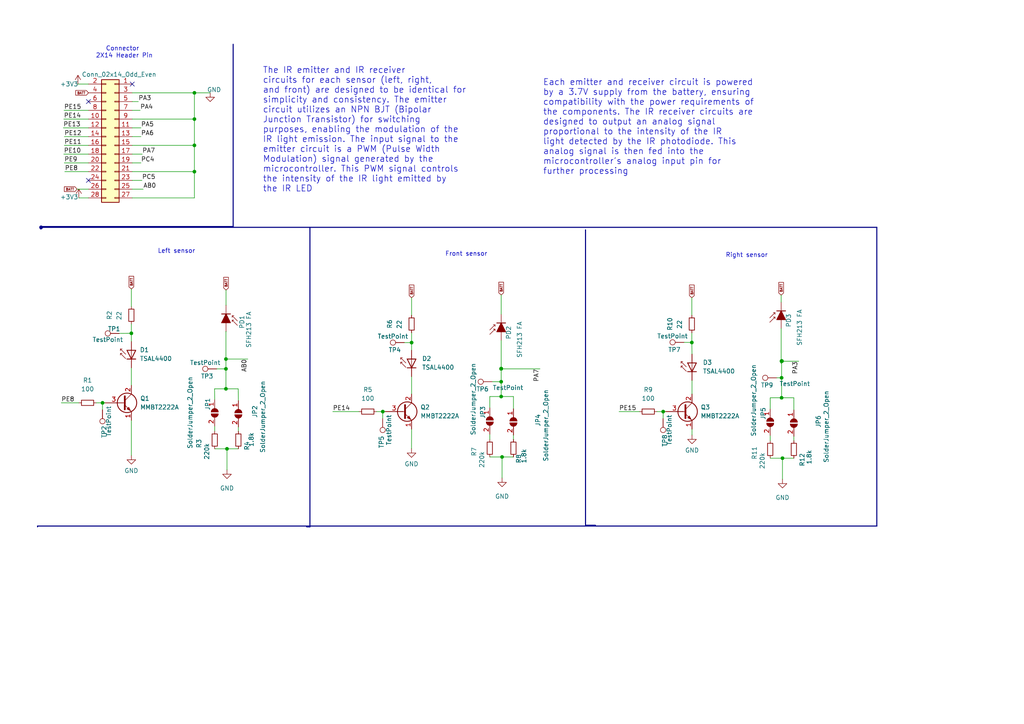
<source format=kicad_sch>
(kicad_sch (version 20211123) (generator eeschema)

  (uuid e63e39d7-6ac0-4ffd-8aa3-1841a4541b55)

  (paper "A4")

  (title_block
    (title "Sensor circuit")
    (date "2024-03-23")
    (comment 3 "LTSONK001")
    (comment 4 "Author: Onkgopotse Letsoalo")
  )

  (lib_symbols
    (symbol "Connector:TestPoint" (pin_numbers hide) (pin_names (offset 0.762) hide) (in_bom yes) (on_board yes)
      (property "Reference" "TP" (id 0) (at 0 6.858 0)
        (effects (font (size 1.27 1.27)))
      )
      (property "Value" "TestPoint" (id 1) (at 0 5.08 0)
        (effects (font (size 1.27 1.27)))
      )
      (property "Footprint" "" (id 2) (at 5.08 0 0)
        (effects (font (size 1.27 1.27)) hide)
      )
      (property "Datasheet" "~" (id 3) (at 5.08 0 0)
        (effects (font (size 1.27 1.27)) hide)
      )
      (property "ki_keywords" "test point tp" (id 4) (at 0 0 0)
        (effects (font (size 1.27 1.27)) hide)
      )
      (property "ki_description" "test point" (id 5) (at 0 0 0)
        (effects (font (size 1.27 1.27)) hide)
      )
      (property "ki_fp_filters" "Pin* Test*" (id 6) (at 0 0 0)
        (effects (font (size 1.27 1.27)) hide)
      )
      (symbol "TestPoint_0_1"
        (circle (center 0 3.302) (radius 0.762)
          (stroke (width 0) (type default) (color 0 0 0 0))
          (fill (type none))
        )
      )
      (symbol "TestPoint_1_1"
        (pin passive line (at 0 0 90) (length 2.54)
          (name "1" (effects (font (size 1.27 1.27))))
          (number "1" (effects (font (size 1.27 1.27))))
        )
      )
    )
    (symbol "Connector_Generic:Conn_02x14_Odd_Even" (pin_names (offset 1.016) hide) (in_bom yes) (on_board yes)
      (property "Reference" "J" (id 0) (at 1.27 17.78 0)
        (effects (font (size 1.27 1.27)))
      )
      (property "Value" "Conn_02x14_Odd_Even" (id 1) (at 1.27 -20.32 0)
        (effects (font (size 1.27 1.27)))
      )
      (property "Footprint" "" (id 2) (at 0 0 0)
        (effects (font (size 1.27 1.27)) hide)
      )
      (property "Datasheet" "~" (id 3) (at 0 0 0)
        (effects (font (size 1.27 1.27)) hide)
      )
      (property "ki_keywords" "connector" (id 4) (at 0 0 0)
        (effects (font (size 1.27 1.27)) hide)
      )
      (property "ki_description" "Generic connector, double row, 02x14, odd/even pin numbering scheme (row 1 odd numbers, row 2 even numbers), script generated (kicad-library-utils/schlib/autogen/connector/)" (id 5) (at 0 0 0)
        (effects (font (size 1.27 1.27)) hide)
      )
      (property "ki_fp_filters" "Connector*:*_2x??_*" (id 6) (at 0 0 0)
        (effects (font (size 1.27 1.27)) hide)
      )
      (symbol "Conn_02x14_Odd_Even_1_1"
        (rectangle (start -1.27 -17.653) (end 0 -17.907)
          (stroke (width 0.1524) (type default) (color 0 0 0 0))
          (fill (type none))
        )
        (rectangle (start -1.27 -15.113) (end 0 -15.367)
          (stroke (width 0.1524) (type default) (color 0 0 0 0))
          (fill (type none))
        )
        (rectangle (start -1.27 -12.573) (end 0 -12.827)
          (stroke (width 0.1524) (type default) (color 0 0 0 0))
          (fill (type none))
        )
        (rectangle (start -1.27 -10.033) (end 0 -10.287)
          (stroke (width 0.1524) (type default) (color 0 0 0 0))
          (fill (type none))
        )
        (rectangle (start -1.27 -7.493) (end 0 -7.747)
          (stroke (width 0.1524) (type default) (color 0 0 0 0))
          (fill (type none))
        )
        (rectangle (start -1.27 -4.953) (end 0 -5.207)
          (stroke (width 0.1524) (type default) (color 0 0 0 0))
          (fill (type none))
        )
        (rectangle (start -1.27 -2.413) (end 0 -2.667)
          (stroke (width 0.1524) (type default) (color 0 0 0 0))
          (fill (type none))
        )
        (rectangle (start -1.27 0.127) (end 0 -0.127)
          (stroke (width 0.1524) (type default) (color 0 0 0 0))
          (fill (type none))
        )
        (rectangle (start -1.27 2.667) (end 0 2.413)
          (stroke (width 0.1524) (type default) (color 0 0 0 0))
          (fill (type none))
        )
        (rectangle (start -1.27 5.207) (end 0 4.953)
          (stroke (width 0.1524) (type default) (color 0 0 0 0))
          (fill (type none))
        )
        (rectangle (start -1.27 7.747) (end 0 7.493)
          (stroke (width 0.1524) (type default) (color 0 0 0 0))
          (fill (type none))
        )
        (rectangle (start -1.27 10.287) (end 0 10.033)
          (stroke (width 0.1524) (type default) (color 0 0 0 0))
          (fill (type none))
        )
        (rectangle (start -1.27 12.827) (end 0 12.573)
          (stroke (width 0.1524) (type default) (color 0 0 0 0))
          (fill (type none))
        )
        (rectangle (start -1.27 15.367) (end 0 15.113)
          (stroke (width 0.1524) (type default) (color 0 0 0 0))
          (fill (type none))
        )
        (rectangle (start -1.27 16.51) (end 3.81 -19.05)
          (stroke (width 0.254) (type default) (color 0 0 0 0))
          (fill (type background))
        )
        (rectangle (start 3.81 -17.653) (end 2.54 -17.907)
          (stroke (width 0.1524) (type default) (color 0 0 0 0))
          (fill (type none))
        )
        (rectangle (start 3.81 -15.113) (end 2.54 -15.367)
          (stroke (width 0.1524) (type default) (color 0 0 0 0))
          (fill (type none))
        )
        (rectangle (start 3.81 -12.573) (end 2.54 -12.827)
          (stroke (width 0.1524) (type default) (color 0 0 0 0))
          (fill (type none))
        )
        (rectangle (start 3.81 -10.033) (end 2.54 -10.287)
          (stroke (width 0.1524) (type default) (color 0 0 0 0))
          (fill (type none))
        )
        (rectangle (start 3.81 -7.493) (end 2.54 -7.747)
          (stroke (width 0.1524) (type default) (color 0 0 0 0))
          (fill (type none))
        )
        (rectangle (start 3.81 -4.953) (end 2.54 -5.207)
          (stroke (width 0.1524) (type default) (color 0 0 0 0))
          (fill (type none))
        )
        (rectangle (start 3.81 -2.413) (end 2.54 -2.667)
          (stroke (width 0.1524) (type default) (color 0 0 0 0))
          (fill (type none))
        )
        (rectangle (start 3.81 0.127) (end 2.54 -0.127)
          (stroke (width 0.1524) (type default) (color 0 0 0 0))
          (fill (type none))
        )
        (rectangle (start 3.81 2.667) (end 2.54 2.413)
          (stroke (width 0.1524) (type default) (color 0 0 0 0))
          (fill (type none))
        )
        (rectangle (start 3.81 5.207) (end 2.54 4.953)
          (stroke (width 0.1524) (type default) (color 0 0 0 0))
          (fill (type none))
        )
        (rectangle (start 3.81 7.747) (end 2.54 7.493)
          (stroke (width 0.1524) (type default) (color 0 0 0 0))
          (fill (type none))
        )
        (rectangle (start 3.81 10.287) (end 2.54 10.033)
          (stroke (width 0.1524) (type default) (color 0 0 0 0))
          (fill (type none))
        )
        (rectangle (start 3.81 12.827) (end 2.54 12.573)
          (stroke (width 0.1524) (type default) (color 0 0 0 0))
          (fill (type none))
        )
        (rectangle (start 3.81 15.367) (end 2.54 15.113)
          (stroke (width 0.1524) (type default) (color 0 0 0 0))
          (fill (type none))
        )
        (pin passive line (at -5.08 15.24 0) (length 3.81)
          (name "Pin_1" (effects (font (size 1.27 1.27))))
          (number "1" (effects (font (size 1.27 1.27))))
        )
        (pin passive line (at 7.62 5.08 180) (length 3.81)
          (name "Pin_10" (effects (font (size 1.27 1.27))))
          (number "10" (effects (font (size 1.27 1.27))))
        )
        (pin passive line (at -5.08 2.54 0) (length 3.81)
          (name "Pin_11" (effects (font (size 1.27 1.27))))
          (number "11" (effects (font (size 1.27 1.27))))
        )
        (pin passive line (at 7.62 2.54 180) (length 3.81)
          (name "Pin_12" (effects (font (size 1.27 1.27))))
          (number "12" (effects (font (size 1.27 1.27))))
        )
        (pin passive line (at -5.08 0 0) (length 3.81)
          (name "Pin_13" (effects (font (size 1.27 1.27))))
          (number "13" (effects (font (size 1.27 1.27))))
        )
        (pin passive line (at 7.62 0 180) (length 3.81)
          (name "Pin_14" (effects (font (size 1.27 1.27))))
          (number "14" (effects (font (size 1.27 1.27))))
        )
        (pin passive line (at -5.08 -2.54 0) (length 3.81)
          (name "Pin_15" (effects (font (size 1.27 1.27))))
          (number "15" (effects (font (size 1.27 1.27))))
        )
        (pin passive line (at 7.62 -2.54 180) (length 3.81)
          (name "Pin_16" (effects (font (size 1.27 1.27))))
          (number "16" (effects (font (size 1.27 1.27))))
        )
        (pin passive line (at -5.08 -5.08 0) (length 3.81)
          (name "Pin_17" (effects (font (size 1.27 1.27))))
          (number "17" (effects (font (size 1.27 1.27))))
        )
        (pin passive line (at 7.62 -5.08 180) (length 3.81)
          (name "Pin_18" (effects (font (size 1.27 1.27))))
          (number "18" (effects (font (size 1.27 1.27))))
        )
        (pin passive line (at -5.08 -7.62 0) (length 3.81)
          (name "Pin_19" (effects (font (size 1.27 1.27))))
          (number "19" (effects (font (size 1.27 1.27))))
        )
        (pin passive line (at 7.62 15.24 180) (length 3.81)
          (name "Pin_2" (effects (font (size 1.27 1.27))))
          (number "2" (effects (font (size 1.27 1.27))))
        )
        (pin passive line (at 7.62 -7.62 180) (length 3.81)
          (name "Pin_20" (effects (font (size 1.27 1.27))))
          (number "20" (effects (font (size 1.27 1.27))))
        )
        (pin passive line (at -5.08 -10.16 0) (length 3.81)
          (name "Pin_21" (effects (font (size 1.27 1.27))))
          (number "21" (effects (font (size 1.27 1.27))))
        )
        (pin passive line (at 7.62 -10.16 180) (length 3.81)
          (name "Pin_22" (effects (font (size 1.27 1.27))))
          (number "22" (effects (font (size 1.27 1.27))))
        )
        (pin passive line (at -5.08 -12.7 0) (length 3.81)
          (name "Pin_23" (effects (font (size 1.27 1.27))))
          (number "23" (effects (font (size 1.27 1.27))))
        )
        (pin passive line (at 7.62 -12.7 180) (length 3.81)
          (name "Pin_24" (effects (font (size 1.27 1.27))))
          (number "24" (effects (font (size 1.27 1.27))))
        )
        (pin passive line (at -5.08 -15.24 0) (length 3.81)
          (name "Pin_25" (effects (font (size 1.27 1.27))))
          (number "25" (effects (font (size 1.27 1.27))))
        )
        (pin passive line (at 7.62 -15.24 180) (length 3.81)
          (name "Pin_26" (effects (font (size 1.27 1.27))))
          (number "26" (effects (font (size 1.27 1.27))))
        )
        (pin passive line (at -5.08 -17.78 0) (length 3.81)
          (name "Pin_27" (effects (font (size 1.27 1.27))))
          (number "27" (effects (font (size 1.27 1.27))))
        )
        (pin passive line (at 7.62 -17.78 180) (length 3.81)
          (name "Pin_28" (effects (font (size 1.27 1.27))))
          (number "28" (effects (font (size 1.27 1.27))))
        )
        (pin passive line (at -5.08 12.7 0) (length 3.81)
          (name "Pin_3" (effects (font (size 1.27 1.27))))
          (number "3" (effects (font (size 1.27 1.27))))
        )
        (pin passive line (at 7.62 12.7 180) (length 3.81)
          (name "Pin_4" (effects (font (size 1.27 1.27))))
          (number "4" (effects (font (size 1.27 1.27))))
        )
        (pin passive line (at -5.08 10.16 0) (length 3.81)
          (name "Pin_5" (effects (font (size 1.27 1.27))))
          (number "5" (effects (font (size 1.27 1.27))))
        )
        (pin passive line (at 7.62 10.16 180) (length 3.81)
          (name "Pin_6" (effects (font (size 1.27 1.27))))
          (number "6" (effects (font (size 1.27 1.27))))
        )
        (pin passive line (at -5.08 7.62 0) (length 3.81)
          (name "Pin_7" (effects (font (size 1.27 1.27))))
          (number "7" (effects (font (size 1.27 1.27))))
        )
        (pin passive line (at 7.62 7.62 180) (length 3.81)
          (name "Pin_8" (effects (font (size 1.27 1.27))))
          (number "8" (effects (font (size 1.27 1.27))))
        )
        (pin passive line (at -5.08 5.08 0) (length 3.81)
          (name "Pin_9" (effects (font (size 1.27 1.27))))
          (number "9" (effects (font (size 1.27 1.27))))
        )
      )
    )
    (symbol "Device:D_Photo_Filled" (pin_numbers hide) (pin_names hide) (in_bom yes) (on_board yes)
      (property "Reference" "D" (id 0) (at 0.508 1.778 0)
        (effects (font (size 1.27 1.27)) (justify left))
      )
      (property "Value" "D_Photo_Filled" (id 1) (at -1.016 -2.794 0)
        (effects (font (size 1.27 1.27)))
      )
      (property "Footprint" "" (id 2) (at -1.27 0 0)
        (effects (font (size 1.27 1.27)) hide)
      )
      (property "Datasheet" "~" (id 3) (at -1.27 0 0)
        (effects (font (size 1.27 1.27)) hide)
      )
      (property "ki_keywords" "photodiode diode opto" (id 4) (at 0 0 0)
        (effects (font (size 1.27 1.27)) hide)
      )
      (property "ki_description" "Photodiode, filled shape" (id 5) (at 0 0 0)
        (effects (font (size 1.27 1.27)) hide)
      )
      (symbol "D_Photo_Filled_0_1"
        (polyline
          (pts
            (xy -2.54 1.27)
            (xy -2.54 -1.27)
          )
          (stroke (width 0.254) (type default) (color 0 0 0 0))
          (fill (type none))
        )
        (polyline
          (pts
            (xy -2.032 1.778)
            (xy -1.524 1.778)
          )
          (stroke (width 0) (type default) (color 0 0 0 0))
          (fill (type none))
        )
        (polyline
          (pts
            (xy 0 0)
            (xy -2.54 0)
          )
          (stroke (width 0) (type default) (color 0 0 0 0))
          (fill (type none))
        )
        (polyline
          (pts
            (xy -0.508 3.302)
            (xy -2.032 1.778)
            (xy -2.032 2.286)
          )
          (stroke (width 0) (type default) (color 0 0 0 0))
          (fill (type none))
        )
        (polyline
          (pts
            (xy 0 -1.27)
            (xy 0 1.27)
            (xy -2.54 0)
            (xy 0 -1.27)
          )
          (stroke (width 0.254) (type default) (color 0 0 0 0))
          (fill (type outline))
        )
        (polyline
          (pts
            (xy 0.762 3.302)
            (xy -0.762 1.778)
            (xy -0.762 2.286)
            (xy -0.762 1.778)
            (xy -0.254 1.778)
          )
          (stroke (width 0) (type default) (color 0 0 0 0))
          (fill (type none))
        )
      )
      (symbol "D_Photo_Filled_1_1"
        (pin passive line (at -5.08 0 0) (length 2.54)
          (name "K" (effects (font (size 1.27 1.27))))
          (number "1" (effects (font (size 1.27 1.27))))
        )
        (pin passive line (at 2.54 0 180) (length 2.54)
          (name "A" (effects (font (size 1.27 1.27))))
          (number "2" (effects (font (size 1.27 1.27))))
        )
      )
    )
    (symbol "Device:R_Small" (pin_numbers hide) (pin_names (offset 0.254) hide) (in_bom yes) (on_board yes)
      (property "Reference" "R" (id 0) (at 0.762 0.508 0)
        (effects (font (size 1.27 1.27)) (justify left))
      )
      (property "Value" "R_Small" (id 1) (at 0.762 -1.016 0)
        (effects (font (size 1.27 1.27)) (justify left))
      )
      (property "Footprint" "" (id 2) (at 0 0 0)
        (effects (font (size 1.27 1.27)) hide)
      )
      (property "Datasheet" "~" (id 3) (at 0 0 0)
        (effects (font (size 1.27 1.27)) hide)
      )
      (property "ki_keywords" "R resistor" (id 4) (at 0 0 0)
        (effects (font (size 1.27 1.27)) hide)
      )
      (property "ki_description" "Resistor, small symbol" (id 5) (at 0 0 0)
        (effects (font (size 1.27 1.27)) hide)
      )
      (property "ki_fp_filters" "R_*" (id 6) (at 0 0 0)
        (effects (font (size 1.27 1.27)) hide)
      )
      (symbol "R_Small_0_1"
        (rectangle (start -0.762 1.778) (end 0.762 -1.778)
          (stroke (width 0.2032) (type default) (color 0 0 0 0))
          (fill (type none))
        )
      )
      (symbol "R_Small_1_1"
        (pin passive line (at 0 2.54 270) (length 0.762)
          (name "~" (effects (font (size 1.27 1.27))))
          (number "1" (effects (font (size 1.27 1.27))))
        )
        (pin passive line (at 0 -2.54 90) (length 0.762)
          (name "~" (effects (font (size 1.27 1.27))))
          (number "2" (effects (font (size 1.27 1.27))))
        )
      )
    )
    (symbol "Jumper:SolderJumper_2_Open" (pin_names (offset 0) hide) (in_bom yes) (on_board yes)
      (property "Reference" "JP" (id 0) (at 0 2.032 0)
        (effects (font (size 1.27 1.27)))
      )
      (property "Value" "SolderJumper_2_Open" (id 1) (at 0 -2.54 0)
        (effects (font (size 1.27 1.27)))
      )
      (property "Footprint" "" (id 2) (at 0 0 0)
        (effects (font (size 1.27 1.27)) hide)
      )
      (property "Datasheet" "~" (id 3) (at 0 0 0)
        (effects (font (size 1.27 1.27)) hide)
      )
      (property "ki_keywords" "solder jumper SPST" (id 4) (at 0 0 0)
        (effects (font (size 1.27 1.27)) hide)
      )
      (property "ki_description" "Solder Jumper, 2-pole, open" (id 5) (at 0 0 0)
        (effects (font (size 1.27 1.27)) hide)
      )
      (property "ki_fp_filters" "SolderJumper*Open*" (id 6) (at 0 0 0)
        (effects (font (size 1.27 1.27)) hide)
      )
      (symbol "SolderJumper_2_Open_0_1"
        (arc (start -0.254 1.016) (mid -1.27 0) (end -0.254 -1.016)
          (stroke (width 0) (type default) (color 0 0 0 0))
          (fill (type none))
        )
        (arc (start -0.254 1.016) (mid -1.27 0) (end -0.254 -1.016)
          (stroke (width 0) (type default) (color 0 0 0 0))
          (fill (type outline))
        )
        (polyline
          (pts
            (xy -0.254 1.016)
            (xy -0.254 -1.016)
          )
          (stroke (width 0) (type default) (color 0 0 0 0))
          (fill (type none))
        )
        (polyline
          (pts
            (xy 0.254 1.016)
            (xy 0.254 -1.016)
          )
          (stroke (width 0) (type default) (color 0 0 0 0))
          (fill (type none))
        )
        (arc (start 0.254 -1.016) (mid 1.27 0) (end 0.254 1.016)
          (stroke (width 0) (type default) (color 0 0 0 0))
          (fill (type none))
        )
        (arc (start 0.254 -1.016) (mid 1.27 0) (end 0.254 1.016)
          (stroke (width 0) (type default) (color 0 0 0 0))
          (fill (type outline))
        )
      )
      (symbol "SolderJumper_2_Open_1_1"
        (pin passive line (at -3.81 0 0) (length 2.54)
          (name "A" (effects (font (size 1.27 1.27))))
          (number "1" (effects (font (size 1.27 1.27))))
        )
        (pin passive line (at 3.81 0 180) (length 2.54)
          (name "B" (effects (font (size 1.27 1.27))))
          (number "2" (effects (font (size 1.27 1.27))))
        )
      )
    )
    (symbol "LED:TSAL4400" (pin_numbers hide) (pin_names (offset 1.016) hide) (in_bom yes) (on_board yes)
      (property "Reference" "D" (id 0) (at 0.508 1.778 0)
        (effects (font (size 1.27 1.27)) (justify left))
      )
      (property "Value" "TSAL4400" (id 1) (at -1.016 -2.794 0)
        (effects (font (size 1.27 1.27)))
      )
      (property "Footprint" "LED_THT:LED_D3.0mm_IRBlack" (id 2) (at 0 4.445 0)
        (effects (font (size 1.27 1.27)) hide)
      )
      (property "Datasheet" "http://www.vishay.com/docs/81006/tsal4400.pdf" (id 3) (at -1.27 0 0)
        (effects (font (size 1.27 1.27)) hide)
      )
      (property "ki_keywords" "opto IR LED" (id 4) (at 0 0 0)
        (effects (font (size 1.27 1.27)) hide)
      )
      (property "ki_description" "Infrared LED , 3mm LED package" (id 5) (at 0 0 0)
        (effects (font (size 1.27 1.27)) hide)
      )
      (property "ki_fp_filters" "LED*3.0mm*IRBlack*" (id 6) (at 0 0 0)
        (effects (font (size 1.27 1.27)) hide)
      )
      (symbol "TSAL4400_0_1"
        (polyline
          (pts
            (xy -2.54 1.27)
            (xy -2.54 -1.27)
          )
          (stroke (width 0.254) (type default) (color 0 0 0 0))
          (fill (type none))
        )
        (polyline
          (pts
            (xy 0 0)
            (xy -2.54 0)
          )
          (stroke (width 0) (type default) (color 0 0 0 0))
          (fill (type none))
        )
        (polyline
          (pts
            (xy 0.381 3.175)
            (xy -0.127 3.175)
          )
          (stroke (width 0) (type default) (color 0 0 0 0))
          (fill (type none))
        )
        (polyline
          (pts
            (xy -1.143 1.651)
            (xy 0.381 3.175)
            (xy 0.381 2.667)
          )
          (stroke (width 0) (type default) (color 0 0 0 0))
          (fill (type none))
        )
        (polyline
          (pts
            (xy 0 1.27)
            (xy -2.54 0)
            (xy 0 -1.27)
            (xy 0 1.27)
          )
          (stroke (width 0.254) (type default) (color 0 0 0 0))
          (fill (type none))
        )
        (polyline
          (pts
            (xy -2.413 1.651)
            (xy -0.889 3.175)
            (xy -0.889 2.667)
            (xy -0.889 3.175)
            (xy -1.397 3.175)
          )
          (stroke (width 0) (type default) (color 0 0 0 0))
          (fill (type none))
        )
      )
      (symbol "TSAL4400_1_1"
        (pin passive line (at -5.08 0 0) (length 2.54)
          (name "K" (effects (font (size 1.27 1.27))))
          (number "1" (effects (font (size 1.27 1.27))))
        )
        (pin passive line (at 2.54 0 180) (length 2.54)
          (name "A" (effects (font (size 1.27 1.27))))
          (number "2" (effects (font (size 1.27 1.27))))
        )
      )
    )
    (symbol "Transistor_BJT:2SC1815" (pin_names (offset 0) hide) (in_bom yes) (on_board yes)
      (property "Reference" "Q" (id 0) (at 5.08 1.905 0)
        (effects (font (size 1.27 1.27)) (justify left))
      )
      (property "Value" "2SC1815" (id 1) (at 5.08 0 0)
        (effects (font (size 1.27 1.27)) (justify left))
      )
      (property "Footprint" "Package_TO_SOT_THT:TO-92_Inline" (id 2) (at 5.08 -1.905 0)
        (effects (font (size 1.27 1.27) italic) (justify left) hide)
      )
      (property "Datasheet" "https://media.digikey.com/pdf/Data%20Sheets/Toshiba%20PDFs/2SC1815.pdf" (id 3) (at 0 0 0)
        (effects (font (size 1.27 1.27)) (justify left) hide)
      )
      (property "ki_keywords" "Low Noise Audio NPN Transistor" (id 4) (at 0 0 0)
        (effects (font (size 1.27 1.27)) hide)
      )
      (property "ki_description" "0.15A Ic, 50V Vce, Low Noise Audio NPN Transistor, TO-92" (id 5) (at 0 0 0)
        (effects (font (size 1.27 1.27)) hide)
      )
      (property "ki_fp_filters" "TO?92*" (id 6) (at 0 0 0)
        (effects (font (size 1.27 1.27)) hide)
      )
      (symbol "2SC1815_0_1"
        (polyline
          (pts
            (xy 0 0)
            (xy 0.508 0)
          )
          (stroke (width 0) (type default) (color 0 0 0 0))
          (fill (type none))
        )
        (polyline
          (pts
            (xy 0.635 0.635)
            (xy 2.54 2.54)
          )
          (stroke (width 0) (type default) (color 0 0 0 0))
          (fill (type none))
        )
        (polyline
          (pts
            (xy 0.635 -0.635)
            (xy 2.54 -2.54)
            (xy 2.54 -2.54)
          )
          (stroke (width 0) (type default) (color 0 0 0 0))
          (fill (type none))
        )
        (polyline
          (pts
            (xy 0.635 1.905)
            (xy 0.635 -1.905)
            (xy 0.635 -1.905)
          )
          (stroke (width 0.508) (type default) (color 0 0 0 0))
          (fill (type none))
        )
        (polyline
          (pts
            (xy 1.27 -1.778)
            (xy 1.778 -1.27)
            (xy 2.286 -2.286)
            (xy 1.27 -1.778)
            (xy 1.27 -1.778)
          )
          (stroke (width 0) (type default) (color 0 0 0 0))
          (fill (type outline))
        )
        (circle (center 1.27 0) (radius 2.8194)
          (stroke (width 0.254) (type default) (color 0 0 0 0))
          (fill (type none))
        )
      )
      (symbol "2SC1815_1_1"
        (pin passive line (at 2.54 -5.08 90) (length 2.54)
          (name "E" (effects (font (size 1.27 1.27))))
          (number "1" (effects (font (size 1.27 1.27))))
        )
        (pin passive line (at 2.54 5.08 270) (length 2.54)
          (name "C" (effects (font (size 1.27 1.27))))
          (number "2" (effects (font (size 1.27 1.27))))
        )
        (pin input line (at -5.08 0 0) (length 5.08)
          (name "B" (effects (font (size 1.27 1.27))))
          (number "3" (effects (font (size 1.27 1.27))))
        )
      )
    )
    (symbol "power:+3V3" (power) (pin_names (offset 0)) (in_bom yes) (on_board yes)
      (property "Reference" "#PWR" (id 0) (at 0 -3.81 0)
        (effects (font (size 1.27 1.27)) hide)
      )
      (property "Value" "+3V3" (id 1) (at 0 3.556 0)
        (effects (font (size 1.27 1.27)))
      )
      (property "Footprint" "" (id 2) (at 0 0 0)
        (effects (font (size 1.27 1.27)) hide)
      )
      (property "Datasheet" "" (id 3) (at 0 0 0)
        (effects (font (size 1.27 1.27)) hide)
      )
      (property "ki_keywords" "power-flag" (id 4) (at 0 0 0)
        (effects (font (size 1.27 1.27)) hide)
      )
      (property "ki_description" "Power symbol creates a global label with name \"+3V3\"" (id 5) (at 0 0 0)
        (effects (font (size 1.27 1.27)) hide)
      )
      (symbol "+3V3_0_1"
        (polyline
          (pts
            (xy -0.762 1.27)
            (xy 0 2.54)
          )
          (stroke (width 0) (type default) (color 0 0 0 0))
          (fill (type none))
        )
        (polyline
          (pts
            (xy 0 0)
            (xy 0 2.54)
          )
          (stroke (width 0) (type default) (color 0 0 0 0))
          (fill (type none))
        )
        (polyline
          (pts
            (xy 0 2.54)
            (xy 0.762 1.27)
          )
          (stroke (width 0) (type default) (color 0 0 0 0))
          (fill (type none))
        )
      )
      (symbol "+3V3_1_1"
        (pin power_in line (at 0 0 90) (length 0) hide
          (name "+3V3" (effects (font (size 1.27 1.27))))
          (number "1" (effects (font (size 1.27 1.27))))
        )
      )
    )
    (symbol "power:GND" (power) (pin_names (offset 0)) (in_bom yes) (on_board yes)
      (property "Reference" "#PWR" (id 0) (at 0 -6.35 0)
        (effects (font (size 1.27 1.27)) hide)
      )
      (property "Value" "GND" (id 1) (at 0 -3.81 0)
        (effects (font (size 1.27 1.27)))
      )
      (property "Footprint" "" (id 2) (at 0 0 0)
        (effects (font (size 1.27 1.27)) hide)
      )
      (property "Datasheet" "" (id 3) (at 0 0 0)
        (effects (font (size 1.27 1.27)) hide)
      )
      (property "ki_keywords" "power-flag" (id 4) (at 0 0 0)
        (effects (font (size 1.27 1.27)) hide)
      )
      (property "ki_description" "Power symbol creates a global label with name \"GND\" , ground" (id 5) (at 0 0 0)
        (effects (font (size 1.27 1.27)) hide)
      )
      (symbol "GND_0_1"
        (polyline
          (pts
            (xy 0 0)
            (xy 0 -1.27)
            (xy 1.27 -1.27)
            (xy 0 -2.54)
            (xy -1.27 -1.27)
            (xy 0 -1.27)
          )
          (stroke (width 0) (type default) (color 0 0 0 0))
          (fill (type none))
        )
      )
      (symbol "GND_1_1"
        (pin power_in line (at 0 0 270) (length 0) hide
          (name "GND" (effects (font (size 1.27 1.27))))
          (number "1" (effects (font (size 1.27 1.27))))
        )
      )
    )
  )

  (junction (at 38.1 96.6724) (diameter 0) (color 0 0 0 0)
    (uuid 11bb78fc-fcd5-47da-83fd-8fac99fe4170)
  )
  (junction (at 111.0234 119.38) (diameter 0) (color 0 0 0 0)
    (uuid 168de4e3-3a72-407c-a860-138ded5c4e4a)
  )
  (junction (at 145.3642 106.9594) (diameter 0) (color 0 0 0 0)
    (uuid 1c3efc01-06f2-46d1-9546-de441e2d130b)
  )
  (junction (at 65.532 106.9848) (diameter 0) (color 0 0 0 0)
    (uuid 208c8a20-8f4d-4ad4-82f9-c6c277353ec9)
  )
  (junction (at 56.388 34.544) (diameter 0) (color 0 0 0 0)
    (uuid 24c861df-a1ef-4bf1-b822-a65c620d80aa)
  )
  (junction (at 192.3542 119.38) (diameter 0) (color 0 0 0 0)
    (uuid 2ebe787e-2c93-4bc5-8545-f4c1cfd6da65)
  )
  (junction (at 65.532 112.776) (diameter 0) (color 0 0 0 0)
    (uuid 41390b6a-b913-4056-9a8e-d7dedfaeb690)
  )
  (junction (at 56.388 26.924) (diameter 0) (color 0 0 0 0)
    (uuid 42b45112-a475-4867-a980-ae3e3d02f31b)
  )
  (junction (at 226.695 115.3668) (diameter 0) (color 0 0 0 0)
    (uuid 45f5db75-da7c-40b0-8443-48774829d1a2)
  )
  (junction (at 200.66 99.3394) (diameter 0) (color 0 0 0 0)
    (uuid 4942c86d-727f-48a8-9bc2-1c89af077de9)
  )
  (junction (at 145.3388 106.9594) (diameter 0) (color 0 0 0 0)
    (uuid 55be5140-58cf-433c-bb82-a22f83f96a40)
  )
  (junction (at 145.3896 106.9086) (diameter 0) (color 0 0 0 0)
    (uuid 5a5eafb4-8822-438e-bddc-2ea67cb82d6e)
  )
  (junction (at 65.8368 130.175) (diameter 0) (color 0 0 0 0)
    (uuid 60d41312-0188-43c4-9fd5-8270c3ae5f6f)
  )
  (junction (at 226.695 109.5756) (diameter 0) (color 0 0 0 0)
    (uuid 6502a99f-049b-4441-92af-fda3c2641b16)
  )
  (junction (at 226.695 104.7496) (diameter 0) (color 0 0 0 0)
    (uuid 7d41661b-bb8a-4b4f-8983-83280da8b18b)
  )
  (junction (at 29.7434 116.84) (diameter 0) (color 0 0 0 0)
    (uuid 8abf0643-ee48-447d-81b8-ca82295558e3)
  )
  (junction (at 119.38 99.3648) (diameter 0) (color 0 0 0 0)
    (uuid 8c319e48-fc59-40a2-9359-5e1f85b6ea7d)
  )
  (junction (at 145.3642 115.0112) (diameter 0) (color 0 0 0 0)
    (uuid 92a5e019-3994-4134-9ca1-b4b7ea00ecdc)
  )
  (junction (at 11.9126 65.9384) (diameter 0) (color 0 0 0 0)
    (uuid 9917dbae-002d-48ed-9723-cc99197b4f33)
  )
  (junction (at 65.532 104.14) (diameter 0) (color 0 0 0 0)
    (uuid 9d326d98-6eb6-45cc-af35-43a06e4fad5f)
  )
  (junction (at 56.388 42.164) (diameter 0) (color 0 0 0 0)
    (uuid a5f53b43-cb67-49ed-bc31-89e43085544b)
  )
  (junction (at 226.7712 104.6988) (diameter 0) (color 0 0 0 0)
    (uuid ad575714-4cc8-4c68-a400-1fd90d5cb8bb)
  )
  (junction (at 226.949 132.8928) (diameter 0) (color 0 0 0 0)
    (uuid b19b34ca-87b0-4327-9ff8-b76c59158bae)
  )
  (junction (at 145.3642 110.7186) (diameter 0) (color 0 0 0 0)
    (uuid b38e4bca-f300-4639-aa8c-74f2bfe293e2)
  )
  (junction (at 56.388 49.784) (diameter 0) (color 0 0 0 0)
    (uuid cba6b669-1e94-412e-9980-5e82c4e48097)
  )
  (junction (at 226.695 104.7242) (diameter 0) (color 0 0 0 0)
    (uuid cc5467f5-9252-4cd1-934b-48e42b573285)
  )
  (junction (at 145.6182 132.5372) (diameter 0) (color 0 0 0 0)
    (uuid d8d616d8-6540-4bf3-98b9-89fe10f2956b)
  )
  (junction (at 226.7712 104.775) (diameter 0) (color 0 0 0 0)
    (uuid f3db5e99-cec3-4989-9caa-170e2dc8264a)
  )

  (no_connect (at 25.654 52.324) (uuid f8ccdf29-defd-45a7-b557-531c63b7895b))
  (no_connect (at 25.654 29.464) (uuid f8ccdf29-defd-45a7-b557-531c63b7895c))
  (no_connect (at 38.354 24.384) (uuid f8ccdf29-defd-45a7-b557-531c63b7895d))

  (wire (pts (xy 148.9202 115.0112) (xy 148.9202 118.5672))
    (stroke (width 0) (type default) (color 0 0 0 0))
    (uuid 00fa0994-e7ed-473a-a389-080f3b18c6e1)
  )
  (wire (pts (xy 62.8396 106.9848) (xy 65.532 106.9848))
    (stroke (width 0) (type default) (color 0 0 0 0))
    (uuid 020fe67a-ff96-4da1-8ab9-3d2313b4ca92)
  )
  (wire (pts (xy 142.0622 118.3132) (xy 142.0622 115.0112))
    (stroke (width 0) (type default) (color 0 0 0 0))
    (uuid 0289f081-d292-48b5-8494-cf4c71ea894b)
  )
  (wire (pts (xy 226.949 132.8928) (xy 230.251 132.8928))
    (stroke (width 0) (type default) (color 0 0 0 0))
    (uuid 04c94099-603f-4362-be92-9b4ce6f026dc)
  )
  (wire (pts (xy 56.388 26.924) (xy 60.96 26.924))
    (stroke (width 0) (type default) (color 0 0 0 0))
    (uuid 058b95a4-2ab3-4819-9457-f064118376ec)
  )
  (wire (pts (xy 18.6435 39.624) (xy 25.654 39.624))
    (stroke (width 0) (type default) (color 0 0 0 0))
    (uuid 07ccd3f7-ee44-46b1-947b-cb6859caff1a)
  )
  (wire (pts (xy 110.998 121.412) (xy 111.0234 119.38))
    (stroke (width 0) (type default) (color 0 0 0 0))
    (uuid 07dd891f-9b97-4653-b99a-854fc7239a79)
  )
  (bus (pts (xy 254.3048 65.9384) (xy 254.3048 152.5778))
    (stroke (width 0) (type default) (color 0 0 0 0))
    (uuid 082d6611-77c4-49fd-b4ae-582b9d93eaf9)
  )

  (wire (pts (xy 41.5349 54.864) (xy 38.354 54.864))
    (stroke (width 0) (type default) (color 0 0 0 0))
    (uuid 0ae4ef2b-b2b0-415e-acc8-027dde8cc04d)
  )
  (wire (pts (xy 56.388 49.784) (xy 56.388 57.404))
    (stroke (width 0) (type default) (color 0 0 0 0))
    (uuid 0bf18f08-3dc0-4f89-adfa-c3f2beb9e4ea)
  )
  (wire (pts (xy 200.7108 110.3376) (xy 200.7108 114.3))
    (stroke (width 0) (type default) (color 0 0 0 0))
    (uuid 0c92bf45-0347-41bd-86e9-efd4d00d0fdd)
  )
  (bus (pts (xy 169.8244 66.675) (xy 169.8244 152.3492))
    (stroke (width 0) (type default) (color 0 0 0 0))
    (uuid 0f3d557f-5459-490f-9399-c86fb1894571)
  )

  (wire (pts (xy 223.393 118.6688) (xy 223.393 115.3668))
    (stroke (width 0) (type default) (color 0 0 0 0))
    (uuid 105702f3-9b5a-4ec7-85c5-70804c04dbde)
  )
  (bus (pts (xy 11.9126 65.9384) (xy 254.3048 65.9384))
    (stroke (width 0) (type default) (color 0 0 0 0))
    (uuid 13432df3-5bca-43a7-9364-42aa05fd4341)
  )

  (wire (pts (xy 40.6501 32.004) (xy 38.354 32.004))
    (stroke (width 0) (type default) (color 0 0 0 0))
    (uuid 1443fb9f-eaf3-4efd-b514-50205e422130)
  )
  (wire (pts (xy 117.2718 99.3648) (xy 119.38 99.3648))
    (stroke (width 0) (type default) (color 0 0 0 0))
    (uuid 15ddaeea-426a-45db-aca3-309e20541c8c)
  )
  (wire (pts (xy 40.891 47.244) (xy 38.354 47.244))
    (stroke (width 0) (type default) (color 0 0 0 0))
    (uuid 16040aa5-992d-4a45-9b8c-01908f308ebd)
  )
  (bus (pts (xy 169.8244 152.3492) (xy 172.6946 152.3492))
    (stroke (width 0) (type default) (color 0 0 0 0))
    (uuid 1654d506-749f-4245-b9ec-4293d643f70f)
  )

  (wire (pts (xy 200.66 99.3394) (xy 200.66 96.52))
    (stroke (width 0) (type default) (color 0 0 0 0))
    (uuid 1748afa9-fb11-4378-ab6b-47a26260aa46)
  )
  (wire (pts (xy 145.3642 106.9594) (xy 145.3642 110.7186))
    (stroke (width 0) (type default) (color 0 0 0 0))
    (uuid 1834ce3c-164e-4257-a86a-bbe99c08c785)
  )
  (wire (pts (xy 226.7712 104.775) (xy 231.6734 104.775))
    (stroke (width 0) (type default) (color 0 0 0 0))
    (uuid 1bb6fc32-4e0a-4623-a506-2d40aa35ef4b)
  )
  (wire (pts (xy 29.718 118.872) (xy 29.7434 116.84))
    (stroke (width 0) (type default) (color 0 0 0 0))
    (uuid 1c5ff597-08d5-46f8-90f9-2881bc7095e6)
  )
  (wire (pts (xy 69.088 112.776) (xy 69.1388 116.205))
    (stroke (width 0) (type default) (color 0 0 0 0))
    (uuid 1e23f0ab-0505-445a-aa8b-5e5dcc0c8320)
  )
  (wire (pts (xy 119.38 99.3648) (xy 119.38 96.52))
    (stroke (width 0) (type default) (color 0 0 0 0))
    (uuid 1e7f112d-4466-41e2-b3c3-3ad4a5f2f984)
  )
  (wire (pts (xy 62.23 112.776) (xy 65.532 112.776))
    (stroke (width 0) (type default) (color 0 0 0 0))
    (uuid 1fdc357e-1283-4688-84ad-58a672216db4)
  )
  (wire (pts (xy 145.3642 85.5472) (xy 145.3642 91.1352))
    (stroke (width 0) (type default) (color 0 0 0 0))
    (uuid 22abb716-cc04-4ee7-9b89-38b3ba6ea114)
  )
  (wire (pts (xy 22.86 57.404) (xy 25.654 57.404))
    (stroke (width 0) (type default) (color 0 0 0 0))
    (uuid 23279974-e7ce-4bae-9333-0bf418fa33b7)
  )
  (wire (pts (xy 142.0622 132.5372) (xy 145.6182 132.5372))
    (stroke (width 0) (type default) (color 0 0 0 0))
    (uuid 279a47a3-ad6b-4ce6-b952-67a591bc909f)
  )
  (wire (pts (xy 38.1 121.92) (xy 38.1 132.08))
    (stroke (width 0) (type default) (color 0 0 0 0))
    (uuid 283bad6b-c191-4ae8-974c-51cc471b0442)
  )
  (wire (pts (xy 65.532 106.9848) (xy 65.532 112.776))
    (stroke (width 0) (type default) (color 0 0 0 0))
    (uuid 2a17fc37-91de-427b-aff4-15384c027f26)
  )
  (wire (pts (xy 223.393 132.8928) (xy 226.949 132.8928))
    (stroke (width 0) (type default) (color 0 0 0 0))
    (uuid 2bff0548-2b67-4b50-938c-959a02185d25)
  )
  (wire (pts (xy 56.388 34.544) (xy 38.354 34.544))
    (stroke (width 0) (type default) (color 0 0 0 0))
    (uuid 2d3840ae-424b-4ac1-82dc-23e60f4565da)
  )
  (wire (pts (xy 225.2472 109.5756) (xy 226.695 109.5756))
    (stroke (width 0) (type default) (color 0 0 0 0))
    (uuid 2f1982ec-0aa5-4cc8-88d2-579a64d1e640)
  )
  (bus (pts (xy 254.3048 152.5778) (xy 10.8966 152.5778))
    (stroke (width 0) (type default) (color 0 0 0 0))
    (uuid 2f7965fa-4aae-42c0-8750-f3fd38730a50)
  )

  (wire (pts (xy 40.891 37.084) (xy 38.354 37.084))
    (stroke (width 0) (type default) (color 0 0 0 0))
    (uuid 3179f51a-aa4e-488d-981f-fdcc8f10f1c0)
  )
  (wire (pts (xy 38.354 26.924) (xy 56.388 26.924))
    (stroke (width 0) (type default) (color 0 0 0 0))
    (uuid 31e296ae-517a-4992-9b14-0e68c90f77e3)
  )
  (wire (pts (xy 226.568 85.598) (xy 226.568 87.63))
    (stroke (width 0) (type default) (color 0 0 0 0))
    (uuid 343a354e-3301-4fd0-8190-adcf7572f63c)
  )
  (wire (pts (xy 38.1 99.06) (xy 38.1 96.6724))
    (stroke (width 0) (type default) (color 0 0 0 0))
    (uuid 36248a7f-7c09-4bd9-9354-c87ca7f32777)
  )
  (bus (pts (xy 67.6301 65.7151) (xy 11.8591 65.7151))
    (stroke (width 0) (type default) (color 0 0 0 0))
    (uuid 36252410-9f2b-4e5b-ad3b-871b7f23b244)
  )

  (wire (pts (xy 65.532 96.266) (xy 65.532 104.14))
    (stroke (width 0) (type default) (color 0 0 0 0))
    (uuid 38467097-0287-4619-821f-fdbc16dcdee6)
  )
  (wire (pts (xy 226.695 109.5756) (xy 226.695 115.3668))
    (stroke (width 0) (type default) (color 0 0 0 0))
    (uuid 3a0f1673-8cc2-4304-ba88-7057aacde8b1)
  )
  (wire (pts (xy 146.3294 106.9848) (xy 145.3642 106.9594))
    (stroke (width 0) (type default) (color 0 0 0 0))
    (uuid 3aa7c223-4d9d-4a70-8a73-b1bfb9a3ee41)
  )
  (wire (pts (xy 226.695 104.7496) (xy 226.7712 104.6988))
    (stroke (width 0) (type default) (color 0 0 0 0))
    (uuid 3b7ff77e-ff9d-407e-b0e1-047213c94655)
  )
  (wire (pts (xy 145.3388 106.9594) (xy 145.3896 106.9086))
    (stroke (width 0) (type default) (color 0 0 0 0))
    (uuid 3be545b6-1c91-41cf-bd28-ae88147b4ba1)
  )
  (wire (pts (xy 192.3542 119.38) (xy 193.0908 119.38))
    (stroke (width 0) (type default) (color 0 0 0 0))
    (uuid 3d5f5bbd-136b-4fd5-8dec-9aef359bc17f)
  )
  (wire (pts (xy 18.3573 37.084) (xy 25.654 37.084))
    (stroke (width 0) (type default) (color 0 0 0 0))
    (uuid 412671cf-7dbc-4d55-8e7f-3816631a70e4)
  )
  (wire (pts (xy 38.1 106.68) (xy 38.1 111.76))
    (stroke (width 0) (type default) (color 0 0 0 0))
    (uuid 43ce02b5-4bf2-43ca-a92b-ca76627b0d56)
  )
  (wire (pts (xy 111.0234 119.38) (xy 111.76 119.38))
    (stroke (width 0) (type default) (color 0 0 0 0))
    (uuid 4442bbd3-d8c0-4204-a455-7ee1bc0d1e7f)
  )
  (wire (pts (xy 223.393 127.8128) (xy 223.393 126.2888))
    (stroke (width 0) (type default) (color 0 0 0 0))
    (uuid 473346ff-15e4-4b95-9818-a6b4de42db0a)
  )
  (wire (pts (xy 69.1388 123.825) (xy 69.1388 125.095))
    (stroke (width 0) (type default) (color 0 0 0 0))
    (uuid 48fdb301-35d7-4734-b01a-3f43c2275255)
  )
  (wire (pts (xy 145.3642 115.0112) (xy 148.9202 115.0112))
    (stroke (width 0) (type default) (color 0 0 0 0))
    (uuid 4d22d906-e840-4901-828f-516c31f66e82)
  )
  (wire (pts (xy 145.6182 132.5372) (xy 148.9202 132.5372))
    (stroke (width 0) (type default) (color 0 0 0 0))
    (uuid 4edb8b04-ff62-425c-bc6b-66a2b0d3915e)
  )
  (wire (pts (xy 223.393 115.3668) (xy 226.695 115.3668))
    (stroke (width 0) (type default) (color 0 0 0 0))
    (uuid 4f16da4a-7634-42bd-afc5-aabfe5014838)
  )
  (wire (pts (xy 38.354 57.404) (xy 56.388 57.404))
    (stroke (width 0) (type default) (color 0 0 0 0))
    (uuid 4f170402-875f-4bb3-aef3-3ae89546cfa5)
  )
  (wire (pts (xy 148.9202 126.1872) (xy 148.9202 127.4572))
    (stroke (width 0) (type default) (color 0 0 0 0))
    (uuid 521a8b77-92d4-49ad-bc14-d4febfd42eaa)
  )
  (wire (pts (xy 56.388 42.164) (xy 38.354 42.164))
    (stroke (width 0) (type default) (color 0 0 0 0))
    (uuid 5230d7bb-3b00-4278-87ff-e24bb9c519e1)
  )
  (wire (pts (xy 200.7108 102.7176) (xy 200.66 99.3394))
    (stroke (width 0) (type default) (color 0 0 0 0))
    (uuid 53432640-e45b-40e2-9110-45a90852d093)
  )
  (wire (pts (xy 62.2808 115.951) (xy 62.23 112.776))
    (stroke (width 0) (type default) (color 0 0 0 0))
    (uuid 540c9d75-4b44-438e-af32-043812e98764)
  )
  (wire (pts (xy 62.2808 125.095) (xy 62.2808 123.571))
    (stroke (width 0) (type default) (color 0 0 0 0))
    (uuid 553e53eb-4737-4316-99f5-a860319d949b)
  )
  (wire (pts (xy 65.8368 136.271) (xy 65.8368 130.175))
    (stroke (width 0) (type default) (color 0 0 0 0))
    (uuid 5546be1d-8709-4145-9a17-71b0b7d95b1e)
  )
  (wire (pts (xy 156.6164 106.9848) (xy 146.3294 106.9848))
    (stroke (width 0) (type default) (color 0 0 0 0))
    (uuid 586e0bb7-f24e-4b58-8121-189e875a64f0)
  )
  (wire (pts (xy 18.6435 47.244) (xy 25.654 47.244))
    (stroke (width 0) (type default) (color 0 0 0 0))
    (uuid 5965fe55-1fb8-4333-b14e-68d6f7a6761c)
  )
  (wire (pts (xy 226.568 105.41) (xy 226.695 104.7242))
    (stroke (width 0) (type default) (color 0 0 0 0))
    (uuid 5b6adf66-a2f6-4829-a1c3-a885cbb758c0)
  )
  (wire (pts (xy 142.7226 110.7186) (xy 145.3642 110.7186))
    (stroke (width 0) (type default) (color 0 0 0 0))
    (uuid 61478cb5-6453-4e46-8d33-f340d9faffb0)
  )
  (wire (pts (xy 22.352 54.864) (xy 25.654 54.864))
    (stroke (width 0) (type default) (color 0 0 0 0))
    (uuid 68ff97d9-40c7-469b-8f62-832c38db1eff)
  )
  (bus (pts (xy 88.9508 152.8064) (xy 89.8906 152.8064))
    (stroke (width 0) (type default) (color 0 0 0 0))
    (uuid 7175c5d4-a30a-4eac-a5ec-8a0f573f813e)
  )

  (wire (pts (xy 56.388 26.924) (xy 56.388 34.544))
    (stroke (width 0) (type default) (color 0 0 0 0))
    (uuid 73c6b9e8-e5b9-44ff-bffd-2b5385427910)
  )
  (wire (pts (xy 226.7712 104.775) (xy 226.695 104.7496))
    (stroke (width 0) (type default) (color 0 0 0 0))
    (uuid 74a7756e-d13b-4449-9cc5-ff7c64c5c512)
  )
  (wire (pts (xy 109.22 119.38) (xy 111.0234 119.38))
    (stroke (width 0) (type default) (color 0 0 0 0))
    (uuid 83867fb3-6ba0-43af-96e8-c8471ca3061a)
  )
  (wire (pts (xy 27.94 116.84) (xy 29.7434 116.84))
    (stroke (width 0) (type default) (color 0 0 0 0))
    (uuid 850cce5f-750c-4577-90f0-233dcbe2b04e)
  )
  (wire (pts (xy 142.0622 127.4572) (xy 142.0622 125.9332))
    (stroke (width 0) (type default) (color 0 0 0 0))
    (uuid 85cb55eb-49ce-496e-9bb3-b4865cf78f31)
  )
  (wire (pts (xy 145.3642 106.9594) (xy 145.3388 106.9594))
    (stroke (width 0) (type default) (color 0 0 0 0))
    (uuid 868a386a-4786-40e6-b392-ef5430b7632e)
  )
  (wire (pts (xy 22.606 24.384) (xy 25.654 24.384))
    (stroke (width 0) (type default) (color 0 0 0 0))
    (uuid 875f323d-e7a8-4c7a-87d8-8489c78680e7)
  )
  (wire (pts (xy 119.38 109.22) (xy 119.38 114.3))
    (stroke (width 0) (type default) (color 0 0 0 0))
    (uuid 8906920f-fa96-4304-8b0d-1b21558e2138)
  )
  (wire (pts (xy 226.695 104.7496) (xy 226.695 109.5756))
    (stroke (width 0) (type default) (color 0 0 0 0))
    (uuid 89283661-113b-4d32-b34e-945884bb1f8e)
  )
  (wire (pts (xy 119.38 86.36) (xy 119.38 91.44))
    (stroke (width 0) (type default) (color 0 0 0 0))
    (uuid 8a36ec91-7a73-4255-9fef-b32ea1a40847)
  )
  (wire (pts (xy 226.949 138.9888) (xy 226.949 132.8928))
    (stroke (width 0) (type default) (color 0 0 0 0))
    (uuid 8a837543-f73a-48f5-913a-d500a26fba86)
  )
  (wire (pts (xy 200.66 86.36) (xy 200.66 91.44))
    (stroke (width 0) (type default) (color 0 0 0 0))
    (uuid 8b76f95c-7837-4c85-85c9-847b89dbc8f7)
  )
  (wire (pts (xy 18.5719 32.004) (xy 25.654 32.004))
    (stroke (width 0) (type default) (color 0 0 0 0))
    (uuid 8f6b6b08-885d-413a-9127-f098429de19b)
  )
  (wire (pts (xy 65.532 104.14) (xy 71.882 104.14))
    (stroke (width 0) (type default) (color 0 0 0 0))
    (uuid 920d3bc1-ee5a-4f12-93ce-a807ce0c0ffb)
  )
  (wire (pts (xy 65.532 112.776) (xy 69.088 112.776))
    (stroke (width 0) (type default) (color 0 0 0 0))
    (uuid 92fec8a1-499e-43a7-874b-06ad8836e67e)
  )
  (wire (pts (xy 119.3546 130.1242) (xy 119.38 124.46))
    (stroke (width 0) (type default) (color 0 0 0 0))
    (uuid 94a4060e-58e9-4228-9ad4-a9ca2f5bfad4)
  )
  (wire (pts (xy 18.6435 42.164) (xy 25.654 42.164))
    (stroke (width 0) (type default) (color 0 0 0 0))
    (uuid 94dca47f-5e12-43b3-be06-f1cb307ef1c8)
  )
  (wire (pts (xy 226.568 95.25) (xy 226.568 105.41))
    (stroke (width 0) (type default) (color 0 0 0 0))
    (uuid 9511232e-56f4-4115-8a5b-9fdd6118416b)
  )
  (bus (pts (xy 67.6301 12.8413) (xy 67.6301 65.7151))
    (stroke (width 0) (type default) (color 0 0 0 0))
    (uuid 97f545d3-3f0f-4b43-84da-c2cf34e3441e)
  )

  (wire (pts (xy 17.78 116.84) (xy 22.86 116.84))
    (stroke (width 0) (type default) (color 0 0 0 0))
    (uuid 9b9f74b7-fadc-4c0c-b8e7-4074f2bfa011)
  )
  (wire (pts (xy 65.8368 130.175) (xy 69.1388 130.175))
    (stroke (width 0) (type default) (color 0 0 0 0))
    (uuid 9c58d827-979c-4b2a-9995-19b483315136)
  )
  (wire (pts (xy 96.52 119.38) (xy 104.14 119.38))
    (stroke (width 0) (type default) (color 0 0 0 0))
    (uuid 9cccd36e-c3e2-4e94-a32b-b80dfbd2e033)
  )
  (bus (pts (xy 10.8966 152.5778) (xy 10.8966 152.8064))
    (stroke (width 0) (type default) (color 0 0 0 0))
    (uuid 9dd9aaec-3b04-4571-b68c-3cd02e79cf78)
  )

  (wire (pts (xy 38.1 83.82) (xy 38.1 88.9))
    (stroke (width 0) (type default) (color 0 0 0 0))
    (uuid 9f8e8a45-9794-416a-a6e9-f935773d95d9)
  )
  (wire (pts (xy 56.388 34.544) (xy 56.388 42.164))
    (stroke (width 0) (type default) (color 0 0 0 0))
    (uuid a41e5b90-d167-4b64-9369-fa6e7c9cec35)
  )
  (wire (pts (xy 119.38 101.6) (xy 119.38 99.3648))
    (stroke (width 0) (type default) (color 0 0 0 0))
    (uuid a9718a32-10e6-42cd-918f-4397840fa0c3)
  )
  (wire (pts (xy 65.532 104.14) (xy 65.532 106.9848))
    (stroke (width 0) (type default) (color 0 0 0 0))
    (uuid aa82572a-8a33-490c-a813-d61d3a010d50)
  )
  (wire (pts (xy 29.7434 116.84) (xy 30.48 116.84))
    (stroke (width 0) (type default) (color 0 0 0 0))
    (uuid af5b9bef-18be-46cc-b157-34f01bbdeffb)
  )
  (wire (pts (xy 18.5004 34.544) (xy 25.654 34.544))
    (stroke (width 0) (type default) (color 0 0 0 0))
    (uuid afe85f8b-9e72-4a21-937c-13eed68d7b24)
  )
  (wire (pts (xy 18.7865 49.784) (xy 25.654 49.784))
    (stroke (width 0) (type default) (color 0 0 0 0))
    (uuid b2d8735f-0664-46ae-9a34-b11c9d7156a0)
  )
  (wire (pts (xy 40.891 39.624) (xy 38.354 39.624))
    (stroke (width 0) (type default) (color 0 0 0 0))
    (uuid b7c56291-8a46-4ad0-bd36-734b1dcac853)
  )
  (wire (pts (xy 142.0622 115.0112) (xy 145.3642 115.0112))
    (stroke (width 0) (type default) (color 0 0 0 0))
    (uuid b8569a60-6c3c-4c03-8ba2-ff6e50c33132)
  )
  (wire (pts (xy 62.2808 130.175) (xy 65.8368 130.175))
    (stroke (width 0) (type default) (color 0 0 0 0))
    (uuid bd6e6d07-4dbf-4b9a-b077-88f2b5295a48)
  )
  (wire (pts (xy 56.388 42.164) (xy 56.388 49.784))
    (stroke (width 0) (type default) (color 0 0 0 0))
    (uuid bed5bccf-a3ad-4015-9089-7552f34cae3e)
  )
  (wire (pts (xy 34.5694 96.6978) (xy 38.1 96.6724))
    (stroke (width 0) (type default) (color 0 0 0 0))
    (uuid c47f7cd2-4118-458a-94e2-09f869c03176)
  )
  (wire (pts (xy 226.695 104.7242) (xy 226.695 104.7496))
    (stroke (width 0) (type default) (color 0 0 0 0))
    (uuid c5b10d94-1fac-4ea1-aacf-1487137de76b)
  )
  (wire (pts (xy 230.251 115.3668) (xy 230.251 118.9228))
    (stroke (width 0) (type default) (color 0 0 0 0))
    (uuid c820376b-b3af-4a7c-ae81-5d6bdd279888)
  )
  (wire (pts (xy 65.532 96.266) (xy 65.5574 96.139))
    (stroke (width 0) (type default) (color 0 0 0 0))
    (uuid c99573cf-6b2c-4f11-8f64-b02e25e153d5)
  )
  (wire (pts (xy 192.3288 121.412) (xy 192.3542 119.38))
    (stroke (width 0) (type default) (color 0 0 0 0))
    (uuid ca7e1f5f-4122-4656-aaab-6893c357ae5f)
  )
  (wire (pts (xy 18.5004 44.704) (xy 25.654 44.704))
    (stroke (width 0) (type default) (color 0 0 0 0))
    (uuid ccfc5f8b-93ff-4e1c-825d-1c31edf46fb2)
  )
  (bus (pts (xy 11.8591 65.7151) (xy 11.8591 66.4394))
    (stroke (width 0) (type default) (color 0 0 0 0))
    (uuid d2336d84-04c0-4637-ac0e-885bc822250b)
  )

  (wire (pts (xy 65.5574 84.1248) (xy 65.5574 88.519))
    (stroke (width 0) (type default) (color 0 0 0 0))
    (uuid dcb18d17-b1bc-45be-b3e1-cbd550214769)
  )
  (bus (pts (xy 89.8906 65.9638) (xy 89.8906 152.8064))
    (stroke (width 0) (type default) (color 0 0 0 0))
    (uuid ddafecac-3d8f-45ab-b34e-d7e363a0da06)
  )

  (wire (pts (xy 145.3642 98.7552) (xy 145.3642 106.9594))
    (stroke (width 0) (type default) (color 0 0 0 0))
    (uuid de2e010d-6a48-4691-b723-7148cdca73ae)
  )
  (wire (pts (xy 38.1 96.6724) (xy 38.1 93.98))
    (stroke (width 0) (type default) (color 0 0 0 0))
    (uuid df705e37-5e3d-4c59-bd74-c7c28c42349d)
  )
  (wire (pts (xy 56.388 49.784) (xy 38.354 49.784))
    (stroke (width 0) (type default) (color 0 0 0 0))
    (uuid e51c0691-b36d-44a1-9e2b-e3a4a0196f49)
  )
  (wire (pts (xy 40.132 29.464) (xy 38.354 29.464))
    (stroke (width 0) (type default) (color 0 0 0 0))
    (uuid e5aa7a68-e67a-4672-9339-bceda0dcaef5)
  )
  (wire (pts (xy 179.5526 119.38) (xy 185.4708 119.38))
    (stroke (width 0) (type default) (color 0 0 0 0))
    (uuid eae1af5b-b77c-468f-b77c-490a9e9b7ead)
  )
  (wire (pts (xy 190.5508 119.38) (xy 192.3542 119.38))
    (stroke (width 0) (type default) (color 0 0 0 0))
    (uuid ec7d69a8-446d-4231-a746-c7c44331277a)
  )
  (wire (pts (xy 230.251 126.5428) (xy 230.251 127.8128))
    (stroke (width 0) (type default) (color 0 0 0 0))
    (uuid f1bf25ff-d5fd-4c84-9bc5-cf4863ee4a77)
  )
  (wire (pts (xy 226.695 115.3668) (xy 230.251 115.3668))
    (stroke (width 0) (type default) (color 0 0 0 0))
    (uuid f622a9bc-618f-45b9-8cb4-7a7cf585517a)
  )
  (wire (pts (xy 198.374 99.2886) (xy 200.66 99.3394))
    (stroke (width 0) (type default) (color 0 0 0 0))
    (uuid f76843ae-957c-4c91-a89f-a7fa59cdeff7)
  )
  (wire (pts (xy 41.2487 44.704) (xy 38.354 44.704))
    (stroke (width 0) (type default) (color 0 0 0 0))
    (uuid f97194f7-d413-449e-85d5-9eaf78ec1413)
  )
  (wire (pts (xy 41.1772 52.324) (xy 38.354 52.324))
    (stroke (width 0) (type default) (color 0 0 0 0))
    (uuid f99210cc-d329-4b2a-867f-a9fff98b03e5)
  )
  (wire (pts (xy 145.6182 138.6332) (xy 145.6182 132.5372))
    (stroke (width 0) (type default) (color 0 0 0 0))
    (uuid f9f56b70-e9c1-4990-a2df-6363c734400b)
  )
  (wire (pts (xy 200.7108 126.1618) (xy 200.7108 124.46))
    (stroke (width 0) (type default) (color 0 0 0 0))
    (uuid fb6f6a26-4869-450d-b681-3c06aa9b4373)
  )
  (wire (pts (xy 145.3642 110.7186) (xy 145.3642 115.0112))
    (stroke (width 0) (type default) (color 0 0 0 0))
    (uuid fd862659-8886-4fa0-bda3-e9c88480dbee)
  )

  (text "   Connector\n2X14 Header Pin\n" (at 27.7622 16.9926 0)
    (effects (font (size 1.27 1.27)) (justify left bottom))
    (uuid 2a274a75-8cb0-458f-8cc5-d9a4369f8124)
  )
  (text "Left sensor\n" (at 45.72 73.66 0)
    (effects (font (size 1.27 1.27)) (justify left bottom))
    (uuid 355d9ee0-1746-421d-88f2-3f9e108266b6)
  )
  (text "Right sensor\n" (at 210.439 74.8538 0)
    (effects (font (size 1.27 1.27)) (justify left bottom))
    (uuid 7bbfa0f9-aaf5-4582-adf3-dc82a6e26af7)
  )
  (text "The IR emitter and IR receiver \ncircuits for each sensor (left, right, \nand front) are designed to be identical for \nsimplicity and consistency. The emitter \ncircuit utilizes an NPN BJT (Bipolar \nJunction Transistor) for switching \npurposes, enabling the modulation of the \nIR light emission. The input signal to the \nemitter circuit is a PWM (Pulse Width \nModulation) signal generated by the \nmicrocontroller. This PWM signal controls \nthe intensity of the IR light emitted by \nthe IR LED"
    (at 76.2 55.88 0)
    (effects (font (size 1.778 1.778)) (justify left bottom))
    (uuid c01ad6db-1ab3-4d40-b0ea-5db91fd6ea3d)
  )
  (text "Each emitter and receiver circuit is powered \nby a 3.7V supply from the battery, ensuring \ncompatibility with the power requirements of \nthe components. The IR receiver circuits are \ndesigned to output an analog signal \nproportional to the intensity of the IR \nlight detected by the IR photodiode. This \nanalog signal is then fed into the \nmicrocontroller's analog input pin for \nfurther processing"
    (at 157.48 50.8 0)
    (effects (font (size 1.778 1.778)) (justify left bottom))
    (uuid c91e9575-f433-4055-8bf6-569be8c9a305)
  )
  (text "Front sensor\n" (at 129.1082 74.4982 0)
    (effects (font (size 1.27 1.27)) (justify left bottom))
    (uuid cbab8c93-1cd9-4755-be2c-cbb32e35cd9e)
  )

  (label "PE8" (at 17.78 116.84 0)
    (effects (font (size 1.27 1.27)) (justify left bottom))
    (uuid 0778c837-29fe-4275-9b57-848ae858012d)
  )
  (label "PE13" (at 18.3573 37.084 0)
    (effects (font (size 1.27 1.27)) (justify left bottom))
    (uuid 14f495a8-3160-4425-b711-59951d8cfb21)
  )
  (label "PE9" (at 18.6435 47.244 0)
    (effects (font (size 1.27 1.27)) (justify left bottom))
    (uuid 19858ff7-67c4-4a5e-8e94-8da1e7e44d58)
  )
  (label "AB0" (at 41.5349 54.864 0)
    (effects (font (size 1.27 1.27)) (justify left bottom))
    (uuid 2dc054ca-dd3b-46a4-847c-b783684303ca)
  )
  (label "PA5" (at 40.891 37.084 0)
    (effects (font (size 1.27 1.27)) (justify left bottom))
    (uuid 2f3327b2-ed0e-49d1-b972-7b738f0c86d2)
  )
  (label "PA7" (at 41.2487 44.704 0)
    (effects (font (size 1.27 1.27)) (justify left bottom))
    (uuid 353ba345-a4c6-432d-98de-b4ee104541a4)
  )
  (label "PA6" (at 40.891 39.624 0)
    (effects (font (size 1.27 1.27)) (justify left bottom))
    (uuid 48ad78fb-e04e-42c6-af63-4708739acb68)
  )
  (label "PE14" (at 96.52 119.38 0)
    (effects (font (size 1.27 1.27)) (justify left bottom))
    (uuid 49ce8837-e977-46e3-8342-80bd43be5b60)
  )
  (label "PA4" (at 40.6501 32.004 0)
    (effects (font (size 1.27 1.27)) (justify left bottom))
    (uuid 54e55fb8-dc30-400a-8863-e63850ef4f78)
  )
  (label "PE10" (at 18.5004 44.704 0)
    (effects (font (size 1.27 1.27)) (justify left bottom))
    (uuid 5803bca6-bcac-49a7-a0bd-019333744e64)
  )
  (label "PE12" (at 18.6435 39.624 0)
    (effects (font (size 1.27 1.27)) (justify left bottom))
    (uuid 5b30f71f-f93a-49c7-ab13-62d09c82611b)
  )
  (label "PC4" (at 40.891 47.244 0)
    (effects (font (size 1.27 1.27)) (justify left bottom))
    (uuid 6323bae0-0cdd-4d2c-8cf6-78d8d79b5dc0)
  )
  (label "PE8" (at 18.7865 49.784 0)
    (effects (font (size 1.27 1.27)) (justify left bottom))
    (uuid 7e764722-24b0-424e-b1de-1aa9371d20fb)
  )
  (label "PE15" (at 179.5526 119.38 0)
    (effects (font (size 1.27 1.27)) (justify left bottom))
    (uuid 9f473abf-a8cb-4c68-a265-491c74d12646)
  )
  (label "AB0" (at 71.882 104.14 270)
    (effects (font (size 1.27 1.27)) (justify right bottom))
    (uuid a8c341ab-23fc-4906-892d-23c844bbebfd)
  )
  (label "PA3" (at 40.132 29.464 0)
    (effects (font (size 1.27 1.27)) (justify left bottom))
    (uuid ae30cb06-20dc-45a1-974e-c607f1eae2ce)
  )
  (label "PE14" (at 18.5004 34.544 0)
    (effects (font (size 1.27 1.27)) (justify left bottom))
    (uuid b0bcf336-7241-4e15-b0d0-04ce09023c64)
  )
  (label "PA3" (at 231.6734 104.775 270)
    (effects (font (size 1.27 1.27)) (justify right bottom))
    (uuid bf30f11b-163b-4630-8b48-10e6648572e9)
  )
  (label "PC5" (at 41.1772 52.324 0)
    (effects (font (size 1.27 1.27)) (justify left bottom))
    (uuid cb801552-3ec9-48b7-ae08-6f8487aa977c)
  )
  (label "PE15" (at 18.5719 32.004 0)
    (effects (font (size 1.27 1.27)) (justify left bottom))
    (uuid d7efd102-b757-4b9d-bba4-df1e6c95ee45)
  )
  (label "PA7" (at 156.6164 106.9848 270)
    (effects (font (size 1.27 1.27)) (justify right bottom))
    (uuid ee2f367a-228e-4ae6-8848-5cd17ad09183)
  )
  (label "PE11" (at 18.6435 42.164 0)
    (effects (font (size 1.27 1.27)) (justify left bottom))
    (uuid fb573cc4-5f65-46cd-a73f-f276f76a7de8)
  )

  (global_label "BATT" (shape input) (at 25.654 26.924 180) (fields_autoplaced)
    (effects (font (size 0.7 0.7)) (justify right))
    (uuid 0387eb81-cd32-42a6-a30a-f4e12786ba64)
    (property "Intersheet References" "${INTERSHEET_REFS}" (id 0) (at 21.9573 26.8803 0)
      (effects (font (size 0.7 0.7)) (justify right) hide)
    )
  )
  (global_label "BATT" (shape input) (at 22.352 54.864 180) (fields_autoplaced)
    (effects (font (size 0.7 0.7)) (justify right))
    (uuid 23bdd2a5-52d0-4745-b027-3910ce55a3ad)
    (property "Intersheet References" "${INTERSHEET_REFS}" (id 0) (at 18.6553 54.8203 0)
      (effects (font (size 0.7 0.7)) (justify right) hide)
    )
  )
  (global_label "BATT" (shape input) (at 145.3642 85.5472 90) (fields_autoplaced)
    (effects (font (size 0.7 0.7)) (justify left))
    (uuid 26e35911-c052-4c8b-a3a8-206b975e3601)
    (property "Intersheet References" "${INTERSHEET_REFS}" (id 0) (at 145.3205 81.8505 90)
      (effects (font (size 0.7 0.7)) (justify right) hide)
    )
  )
  (global_label "BATT" (shape input) (at 65.5574 84.1248 90) (fields_autoplaced)
    (effects (font (size 0.7 0.7)) (justify left))
    (uuid 49906557-c74c-461b-991a-ab78052c5a56)
    (property "Intersheet References" "${INTERSHEET_REFS}" (id 0) (at 65.5137 80.4281 90)
      (effects (font (size 0.7 0.7)) (justify right) hide)
    )
  )
  (global_label "BATT" (shape input) (at 38.1 83.82 90) (fields_autoplaced)
    (effects (font (size 0.7 0.7)) (justify left))
    (uuid 79aede3c-fd28-42c6-be10-c27dfe5f9924)
    (property "Intersheet References" "${INTERSHEET_REFS}" (id 0) (at 38.0563 80.1233 90)
      (effects (font (size 0.7 0.7)) (justify left) hide)
    )
  )
  (global_label "BATT" (shape input) (at 226.568 85.598 90) (fields_autoplaced)
    (effects (font (size 0.7 0.7)) (justify left))
    (uuid 90ae284b-ac2b-4732-a471-0f164b4b23fd)
    (property "Intersheet References" "${INTERSHEET_REFS}" (id 0) (at 226.5243 81.9013 90)
      (effects (font (size 0.7 0.7)) (justify right) hide)
    )
  )
  (global_label "BATT" (shape input) (at 200.66 86.36 90) (fields_autoplaced)
    (effects (font (size 0.7 0.7)) (justify left))
    (uuid 9453f2a6-f972-4dbf-9bb9-bcee5f3bc792)
    (property "Intersheet References" "${INTERSHEET_REFS}" (id 0) (at 200.6163 82.6633 90)
      (effects (font (size 0.7 0.7)) (justify left) hide)
    )
  )
  (global_label "BATT" (shape input) (at 119.38 86.36 90) (fields_autoplaced)
    (effects (font (size 0.7 0.7)) (justify left))
    (uuid d9035ca6-f000-459c-99d4-a9fd8baee71d)
    (property "Intersheet References" "${INTERSHEET_REFS}" (id 0) (at 119.3363 82.6633 90)
      (effects (font (size 0.7 0.7)) (justify left) hide)
    )
  )

  (symbol (lib_id "Connector:TestPoint") (at 117.2718 99.3648 90) (mirror x) (unit 1)
    (in_bom yes) (on_board yes)
    (uuid 010d7210-15d6-4a16-bad9-6c085fb4aa8d)
    (property "Reference" "TP4" (id 0) (at 114.5032 101.4984 90))
    (property "Value" "TestPoint" (id 1) (at 113.9444 97.5614 90))
    (property "Footprint" "TestPoint:TestPoint_Pad_1.0x1.0mm" (id 2) (at 117.2718 104.4448 0)
      (effects (font (size 1.27 1.27)) hide)
    )
    (property "Datasheet" "~" (id 3) (at 117.2718 104.4448 0)
      (effects (font (size 1.27 1.27)) hide)
    )
    (pin "1" (uuid 5a2c8042-d8c7-4384-b144-b6739048854a))
  )

  (symbol (lib_id "Jumper:SolderJumper_2_Open") (at 230.251 122.7328 90) (mirror x) (unit 1)
    (in_bom yes) (on_board yes)
    (uuid 0cd4fb25-622d-4063-9015-f6409f92177a)
    (property "Reference" "JP6" (id 0) (at 237.363 122.2248 0))
    (property "Value" "SolderJumper_2_Open" (id 1) (at 239.649 123.7488 0))
    (property "Footprint" "Jumper:SolderJumper-2_P1.3mm_Open_TrianglePad1.0x1.5mm" (id 2) (at 230.251 122.7328 0)
      (effects (font (size 1.27 1.27)) hide)
    )
    (property "Datasheet" "~" (id 3) (at 230.251 122.7328 0)
      (effects (font (size 1.27 1.27)) hide)
    )
    (pin "1" (uuid c014ab5f-4bb4-4dd5-8c6d-129873af1900))
    (pin "2" (uuid 71cdb00a-d77a-4f8d-a69b-134d5181f70e))
  )

  (symbol (lib_id "Connector:TestPoint") (at 192.3288 121.412 180) (unit 1)
    (in_bom yes) (on_board yes)
    (uuid 16846add-8613-4d5b-80f8-47bb821442f4)
    (property "Reference" "TP8" (id 0) (at 192.8114 127.8128 90))
    (property "Value" "TestPoint" (id 1) (at 194.1322 124.7394 90))
    (property "Footprint" "TestPoint:TestPoint_Pad_1.0x1.0mm" (id 2) (at 187.2488 121.412 0)
      (effects (font (size 1.27 1.27)) hide)
    )
    (property "Datasheet" "~" (id 3) (at 187.2488 121.412 0)
      (effects (font (size 1.27 1.27)) hide)
    )
    (pin "1" (uuid b6b50fbf-aa73-464d-96fd-6d78228a6307))
  )

  (symbol (lib_id "power:GND") (at 119.3546 130.1242 0) (mirror y) (unit 1)
    (in_bom yes) (on_board yes) (fields_autoplaced)
    (uuid 1b25a849-a5f8-4136-8dc4-8b88cbb0a8b0)
    (property "Reference" "#PWR0107" (id 0) (at 119.3546 136.4742 0)
      (effects (font (size 1.27 1.27)) hide)
    )
    (property "Value" "GND" (id 1) (at 119.3546 134.5692 0))
    (property "Footprint" "" (id 2) (at 119.3546 130.1242 0)
      (effects (font (size 1.27 1.27)) hide)
    )
    (property "Datasheet" "" (id 3) (at 119.3546 130.1242 0)
      (effects (font (size 1.27 1.27)) hide)
    )
    (pin "1" (uuid 095cc8cc-92b3-4cf1-b22e-358bc95e7f8c))
  )

  (symbol (lib_id "power:+3V3") (at 22.606 24.384 0) (unit 1)
    (in_bom yes) (on_board yes)
    (uuid 1d4a5435-1d11-4149-a02c-a9fd1b728a39)
    (property "Reference" "#PWR0104" (id 0) (at 22.606 28.194 0)
      (effects (font (size 1.27 1.27)) hide)
    )
    (property "Value" "+3V3" (id 1) (at 20.066 24.384 0))
    (property "Footprint" "" (id 2) (at 22.606 24.384 0)
      (effects (font (size 1.27 1.27)) hide)
    )
    (property "Datasheet" "" (id 3) (at 22.606 24.384 0)
      (effects (font (size 1.27 1.27)) hide)
    )
    (pin "1" (uuid 1b2a25c5-1dd2-45af-b52c-7b6c70d54f7b))
  )

  (symbol (lib_id "Device:D_Photo_Filled") (at 65.5574 93.599 270) (unit 1)
    (in_bom yes) (on_board yes)
    (uuid 1daa71b7-fe89-485e-89e1-0f616c375703)
    (property "Reference" "PD1" (id 0) (at 70.1802 91.4018 0)
      (effects (font (size 1.27 1.27)) (justify left))
    )
    (property "Value" "SFH213 FA" (id 1) (at 72.1614 90.297 0)
      (effects (font (size 1.27 1.27)) (justify left))
    )
    (property "Footprint" "SFH_213_FA:XDCR_SFH_213_FA" (id 2) (at 65.5574 92.329 0)
      (effects (font (size 1.27 1.27)) hide)
    )
    (property "Datasheet" "https://wmsc.lcsc.com/wmsc/upload/file/pdf/v2/lcsc/2208091800_OSRAM-Opto-Semicon-SFH-213-FA_C2900211.pdf" (id 3) (at 65.5574 92.329 0)
      (effects (font (size 1.27 1.27)) hide)
    )
    (pin "1" (uuid a8cbc6b7-8f51-4071-b6f7-171eb2878c76))
    (pin "2" (uuid 509be4de-4cfd-4f03-a29b-e210350800cc))
  )

  (symbol (lib_id "Connector:TestPoint") (at 225.2472 109.5756 90) (mirror x) (unit 1)
    (in_bom yes) (on_board yes)
    (uuid 2430fea6-88b7-4040-8050-9ed3bd6cd416)
    (property "Reference" "TP9" (id 0) (at 222.4786 111.7092 90))
    (property "Value" "TestPoint" (id 1) (at 230.505 111.3028 90))
    (property "Footprint" "TestPoint:TestPoint_Pad_1.0x1.0mm" (id 2) (at 225.2472 114.6556 0)
      (effects (font (size 1.27 1.27)) hide)
    )
    (property "Datasheet" "~" (id 3) (at 225.2472 114.6556 0)
      (effects (font (size 1.27 1.27)) hide)
    )
    (pin "1" (uuid c47fc480-86e6-48f7-ba5e-0aee258ede9c))
  )

  (symbol (lib_id "power:GND") (at 38.1 132.08 0) (mirror y) (unit 1)
    (in_bom yes) (on_board yes) (fields_autoplaced)
    (uuid 26879c00-7c34-4dc3-be1b-22256adf4050)
    (property "Reference" "#PWR0110" (id 0) (at 38.1 138.43 0)
      (effects (font (size 1.27 1.27)) hide)
    )
    (property "Value" "GND" (id 1) (at 38.1 136.525 0))
    (property "Footprint" "" (id 2) (at 38.1 132.08 0)
      (effects (font (size 1.27 1.27)) hide)
    )
    (property "Datasheet" "" (id 3) (at 38.1 132.08 0)
      (effects (font (size 1.27 1.27)) hide)
    )
    (pin "1" (uuid 108c084a-7de1-4e85-985a-dd3d3d47d2c8))
  )

  (symbol (lib_id "Device:R_Small") (at 119.38 93.98 0) (mirror x) (unit 1)
    (in_bom yes) (on_board yes)
    (uuid 2d20aafd-9f29-4d29-a790-5a016d58af9b)
    (property "Reference" "R6" (id 0) (at 113.03 93.98 90))
    (property "Value" "22" (id 1) (at 115.824 94.107 90))
    (property "Footprint" "Resistor_SMD:R_0805_2012Metric_Pad1.20x1.40mm_HandSolder" (id 2) (at 119.38 93.98 0)
      (effects (font (size 1.27 1.27)) hide)
    )
    (property "Datasheet" "https://wmsc.lcsc.com/wmsc/upload/file/pdf/v2/lcsc/2206010100_UNI-ROYAL-Uniroyal-Elec-0603WAF220JT5E_C23345.pdf" (id 3) (at 119.38 93.98 0)
      (effects (font (size 1.27 1.27)) hide)
    )
    (pin "1" (uuid ab4d0f8e-9e45-40a0-a809-238bfb096e0b))
    (pin "2" (uuid c561cb86-90c9-451a-bde3-6d8b65efe49a))
  )

  (symbol (lib_id "Connector:TestPoint") (at 198.374 99.2886 90) (mirror x) (unit 1)
    (in_bom yes) (on_board yes)
    (uuid 369f5296-8766-4702-957b-6c6122f23c3c)
    (property "Reference" "TP7" (id 0) (at 195.6054 101.4222 90))
    (property "Value" "TestPoint" (id 1) (at 195.0466 97.4852 90))
    (property "Footprint" "TestPoint:TestPoint_Pad_1.0x1.0mm" (id 2) (at 198.374 104.3686 0)
      (effects (font (size 1.27 1.27)) hide)
    )
    (property "Datasheet" "~" (id 3) (at 198.374 104.3686 0)
      (effects (font (size 1.27 1.27)) hide)
    )
    (pin "1" (uuid 07f97001-b997-4f9a-af4d-e3e3956043e6))
  )

  (symbol (lib_id "power:GND") (at 145.6182 138.6332 0) (mirror y) (unit 1)
    (in_bom yes) (on_board yes) (fields_autoplaced)
    (uuid 455e466e-9cb7-41cb-8b37-2907e92d003c)
    (property "Reference" "#PWR0105" (id 0) (at 145.6182 144.9832 0)
      (effects (font (size 1.27 1.27)) hide)
    )
    (property "Value" "GND" (id 1) (at 145.6182 143.9672 0))
    (property "Footprint" "" (id 2) (at 145.6182 138.6332 0)
      (effects (font (size 1.27 1.27)) hide)
    )
    (property "Datasheet" "" (id 3) (at 145.6182 138.6332 0)
      (effects (font (size 1.27 1.27)) hide)
    )
    (pin "1" (uuid 1e8c7e0d-bbc8-4f15-ad88-b9bc067fe70d))
  )

  (symbol (lib_id "Device:R_Small") (at 106.68 119.38 90) (unit 1)
    (in_bom yes) (on_board yes) (fields_autoplaced)
    (uuid 45cff702-858f-4958-bbb7-801917e8fe4b)
    (property "Reference" "R5" (id 0) (at 106.68 113.03 90))
    (property "Value" "100 " (id 1) (at 106.68 115.57 90))
    (property "Footprint" "Resistor_SMD:R_0805_2012Metric_Pad1.20x1.40mm_HandSolder" (id 2) (at 106.68 119.38 0)
      (effects (font (size 1.27 1.27)) hide)
    )
    (property "Datasheet" "https://wmsc.lcsc.com/wmsc/upload/file/pdf/v2/lcsc/2205311900_UNI-ROYAL-Uniroyal-Elec-0402WGF1000TCE_C25076.pdf" (id 3) (at 106.68 119.38 0)
      (effects (font (size 1.27 1.27)) hide)
    )
    (pin "1" (uuid 283581a1-f471-4116-ab97-30668023e6da))
    (pin "2" (uuid 75d3542e-a1c5-45f6-9db6-74f1ab28661a))
  )

  (symbol (lib_id "Transistor_BJT:2SC1815") (at 198.1708 119.38 0) (unit 1)
    (in_bom yes) (on_board yes) (fields_autoplaced)
    (uuid 4a75c575-cc08-4f74-baf6-35c16f8708a1)
    (property "Reference" "Q3" (id 0) (at 203.2 118.1099 0)
      (effects (font (size 1.27 1.27)) (justify left))
    )
    (property "Value" "MMBT2222A " (id 1) (at 203.2 120.6499 0)
      (effects (font (size 1.27 1.27)) (justify left))
    )
    (property "Footprint" "Package_TO_SOT_THT:TO-92_Inline" (id 2) (at 203.2508 121.285 0)
      (effects (font (size 1.27 1.27) italic) (justify left) hide)
    )
    (property "Datasheet" "https://wmsc.lcsc.com/wmsc/upload/file/pdf/v2/lcsc/2212130930_Slkor-SLKORMICRO-Elec--2N2222A_C5330385.pdf" (id 3) (at 198.1708 119.38 0)
      (effects (font (size 1.27 1.27)) (justify left) hide)
    )
    (pin "1" (uuid f60bf4da-a837-4044-a737-fbc6166d9a68))
    (pin "2" (uuid 0e5104aa-5c72-454d-9e03-fcfede699424))
    (pin "3" (uuid 3e1b740f-8858-4a54-b870-20ebb9090e12))
  )

  (symbol (lib_id "Device:R_Small") (at 69.1388 127.635 0) (mirror y) (unit 1)
    (in_bom yes) (on_board yes)
    (uuid 4de9279a-b07f-4f7e-aab0-f327e33ef73f)
    (property "Reference" "R4" (id 0) (at 71.628 129.286 90))
    (property "Value" "1.8k" (id 1) (at 72.898 127.508 90))
    (property "Footprint" "Resistor_SMD:R_0805_2012Metric_Pad1.20x1.40mm_HandSolder" (id 2) (at 69.1388 127.635 0)
      (effects (font (size 1.27 1.27)) hide)
    )
    (property "Datasheet" "https://wmsc.lcsc.com/wmsc/upload/file/pdf/v2/lcsc/2206010230_UNI-ROYAL-Uniroyal-Elec-0603WAF1801T5E_C4177.pdf" (id 3) (at 69.1388 127.635 0)
      (effects (font (size 1.27 1.27)) hide)
    )
    (pin "1" (uuid 3a596cba-66e4-429b-934a-013945fa196e))
    (pin "2" (uuid b9334752-0b33-4d42-b386-3aca4ce8cb01))
  )

  (symbol (lib_id "LED:TSAL4400") (at 38.1 101.6 90) (unit 1)
    (in_bom yes) (on_board yes) (fields_autoplaced)
    (uuid 52e853bc-2ae7-4da3-8f0c-300df993591d)
    (property "Reference" "D1" (id 0) (at 40.5384 101.4729 90)
      (effects (font (size 1.27 1.27)) (justify right))
    )
    (property "Value" "TSAL4400" (id 1) (at 40.5384 104.0129 90)
      (effects (font (size 1.27 1.27)) (justify right))
    )
    (property "Footprint" "LED_THT:LED_D3.0mm_Horizontal_O3.81mm_Z2.0mm" (id 2) (at 33.655 101.6 0)
      (effects (font (size 1.27 1.27)) hide)
    )
    (property "Datasheet" "http://www.vishay.com/docs/81006/tsal4400.pdf" (id 3) (at 38.1 102.87 0)
      (effects (font (size 1.27 1.27)) hide)
    )
    (pin "1" (uuid 27407ccd-9408-4f45-8bdd-e0db061c2c4f))
    (pin "2" (uuid 9c161efe-cd2c-4aae-9cce-d3fe1e684ba8))
  )

  (symbol (lib_id "Device:R_Small") (at 25.4 116.84 90) (unit 1)
    (in_bom yes) (on_board yes) (fields_autoplaced)
    (uuid 5562b61a-139e-4018-bbf4-e843436c47c0)
    (property "Reference" "R1" (id 0) (at 25.4 110.304 90))
    (property "Value" "100 " (id 1) (at 25.4 112.844 90))
    (property "Footprint" "Resistor_SMD:R_0805_2012Metric_Pad1.20x1.40mm_HandSolder" (id 2) (at 25.4 116.84 0)
      (effects (font (size 1.27 1.27)) hide)
    )
    (property "Datasheet" "https://wmsc.lcsc.com/wmsc/upload/file/pdf/v2/lcsc/2205311900_UNI-ROYAL-Uniroyal-Elec-0402WGF1000TCE_C25076.pdf" (id 3) (at 25.4 116.84 0)
      (effects (font (size 1.27 1.27)) hide)
    )
    (pin "1" (uuid 11bfae0d-5e95-4be3-b109-5b2ee694f5ea))
    (pin "2" (uuid 3f06db78-5dc4-4ddd-ba54-4e2d2d0a1771))
  )

  (symbol (lib_id "Jumper:SolderJumper_2_Open") (at 223.393 122.4788 90) (mirror x) (unit 1)
    (in_bom yes) (on_board yes)
    (uuid 5aaf8823-e385-4299-bdf8-eb444c7104c1)
    (property "Reference" "JP5" (id 0) (at 221.361 119.9388 0))
    (property "Value" "SolderJumper_2_Open" (id 1) (at 218.567 116.1288 0))
    (property "Footprint" "Jumper:SolderJumper-2_P1.3mm_Open_TrianglePad1.0x1.5mm" (id 2) (at 223.393 122.4788 0)
      (effects (font (size 1.27 1.27)) hide)
    )
    (property "Datasheet" "~" (id 3) (at 223.393 122.4788 0)
      (effects (font (size 1.27 1.27)) hide)
    )
    (pin "1" (uuid 9ca245b0-d5a5-472c-8fa5-457fa8084cb1))
    (pin "2" (uuid 24043d23-19e4-4e95-a595-1ccf22be85d8))
  )

  (symbol (lib_id "Jumper:SolderJumper_2_Open") (at 142.0622 122.1232 90) (mirror x) (unit 1)
    (in_bom yes) (on_board yes)
    (uuid 5b10c8b0-2b3f-4e32-9e0a-0fa25cb4694f)
    (property "Reference" "JP3" (id 0) (at 140.0302 119.5832 0))
    (property "Value" "SolderJumper_2_Open" (id 1) (at 137.2362 115.7732 0))
    (property "Footprint" "Jumper:SolderJumper-2_P1.3mm_Open_TrianglePad1.0x1.5mm" (id 2) (at 142.0622 122.1232 0)
      (effects (font (size 1.27 1.27)) hide)
    )
    (property "Datasheet" "~" (id 3) (at 142.0622 122.1232 0)
      (effects (font (size 1.27 1.27)) hide)
    )
    (pin "1" (uuid 539f285d-1945-4738-b2ae-489f4729d0dc))
    (pin "2" (uuid 03774ed4-43d8-4e1b-b02c-862dc86b3025))
  )

  (symbol (lib_id "power:GND") (at 60.96 26.924 0) (unit 1)
    (in_bom yes) (on_board yes)
    (uuid 5cf05894-12b5-4998-8a07-94d5d1ed8c6d)
    (property "Reference" "#PWR0106" (id 0) (at 60.96 33.274 0)
      (effects (font (size 1.27 1.27)) hide)
    )
    (property "Value" "GND" (id 1) (at 62.103 26.035 0))
    (property "Footprint" "" (id 2) (at 60.96 26.924 0)
      (effects (font (size 1.27 1.27)) hide)
    )
    (property "Datasheet" "" (id 3) (at 60.96 26.924 0)
      (effects (font (size 1.27 1.27)) hide)
    )
    (pin "1" (uuid 4c47b72b-1bde-4fbe-a246-74b3e4d0cade))
  )

  (symbol (lib_id "power:GND") (at 226.949 138.9888 0) (mirror y) (unit 1)
    (in_bom yes) (on_board yes) (fields_autoplaced)
    (uuid 61202875-cfac-44ea-bd66-d66e04d7eb9f)
    (property "Reference" "#PWR0101" (id 0) (at 226.949 145.3388 0)
      (effects (font (size 1.27 1.27)) hide)
    )
    (property "Value" "GND" (id 1) (at 226.949 144.3228 0))
    (property "Footprint" "" (id 2) (at 226.949 138.9888 0)
      (effects (font (size 1.27 1.27)) hide)
    )
    (property "Datasheet" "" (id 3) (at 226.949 138.9888 0)
      (effects (font (size 1.27 1.27)) hide)
    )
    (pin "1" (uuid f698f549-5b36-487f-93c6-fe38e6addf76))
  )

  (symbol (lib_id "Transistor_BJT:2SC1815") (at 35.56 116.84 0) (unit 1)
    (in_bom yes) (on_board yes) (fields_autoplaced)
    (uuid 64ef3537-1f4c-4e34-8070-30909d2be7d2)
    (property "Reference" "Q1" (id 0) (at 40.64 115.5699 0)
      (effects (font (size 1.27 1.27)) (justify left))
    )
    (property "Value" "MMBT2222A " (id 1) (at 40.64 118.1099 0)
      (effects (font (size 1.27 1.27)) (justify left))
    )
    (property "Footprint" "Package_TO_SOT_THT:TO-92_Inline" (id 2) (at 40.64 118.745 0)
      (effects (font (size 1.27 1.27) italic) (justify left) hide)
    )
    (property "Datasheet" "https://wmsc.lcsc.com/wmsc/upload/file/pdf/v2/lcsc/2212130930_Slkor-SLKORMICRO-Elec--2N2222A_C5330385.pdf" (id 3) (at 35.56 116.84 0)
      (effects (font (size 1.27 1.27)) (justify left) hide)
    )
    (pin "1" (uuid 6d0bf4b7-6e70-4b1b-96da-87185b6b1511))
    (pin "2" (uuid 8cacf4c5-4536-4614-bb0b-6c353c8d8733))
    (pin "3" (uuid 852a0887-1c41-495e-9d98-11250e0f3c5a))
  )

  (symbol (lib_id "Connector:TestPoint") (at 142.7226 110.7186 90) (mirror x) (unit 1)
    (in_bom yes) (on_board yes)
    (uuid 73a92c09-442e-48dd-b507-fcf708e123fe)
    (property "Reference" "TP6" (id 0) (at 139.954 112.8522 90))
    (property "Value" "TestPoint" (id 1) (at 147.3454 112.4458 90))
    (property "Footprint" "TestPoint:TestPoint_Pad_1.0x1.0mm" (id 2) (at 142.7226 115.7986 0)
      (effects (font (size 1.27 1.27)) hide)
    )
    (property "Datasheet" "~" (id 3) (at 142.7226 115.7986 0)
      (effects (font (size 1.27 1.27)) hide)
    )
    (pin "1" (uuid 74b72855-25a3-46f5-8f20-3ef555138ec5))
  )

  (symbol (lib_id "Jumper:SolderJumper_2_Open") (at 69.1388 120.015 90) (mirror x) (unit 1)
    (in_bom yes) (on_board yes)
    (uuid 7946c26a-780a-4e95-ad68-2d6db6123783)
    (property "Reference" "JP2" (id 0) (at 73.914 119.38 0))
    (property "Value" "SolderJumper_2_Open" (id 1) (at 76.2 120.904 0))
    (property "Footprint" "Jumper:SolderJumper-2_P1.3mm_Open_TrianglePad1.0x1.5mm" (id 2) (at 69.1388 120.015 0)
      (effects (font (size 1.27 1.27)) hide)
    )
    (property "Datasheet" "~" (id 3) (at 69.1388 120.015 0)
      (effects (font (size 1.27 1.27)) hide)
    )
    (pin "1" (uuid 21c615fb-a396-4ca6-8d9a-e012b530dec4))
    (pin "2" (uuid 9746cf91-adbf-4b78-875e-49fac4ed9f9c))
  )

  (symbol (lib_id "Transistor_BJT:2SC1815") (at 116.84 119.38 0) (unit 1)
    (in_bom yes) (on_board yes) (fields_autoplaced)
    (uuid 8391c159-3c0f-41d2-b069-b583500f9bae)
    (property "Reference" "Q2" (id 0) (at 121.92 118.1099 0)
      (effects (font (size 1.27 1.27)) (justify left))
    )
    (property "Value" "MMBT2222A " (id 1) (at 121.92 120.6499 0)
      (effects (font (size 1.27 1.27)) (justify left))
    )
    (property "Footprint" "Package_TO_SOT_THT:TO-92_Inline" (id 2) (at 121.92 121.285 0)
      (effects (font (size 1.27 1.27) italic) (justify left) hide)
    )
    (property "Datasheet" "https://wmsc.lcsc.com/wmsc/upload/file/pdf/v2/lcsc/2212130930_Slkor-SLKORMICRO-Elec--2N2222A_C5330385.pdf" (id 3) (at 116.84 119.38 0)
      (effects (font (size 1.27 1.27)) (justify left) hide)
    )
    (pin "1" (uuid d9428ba8-61ed-446b-8b4b-fa1c8f46fc2e))
    (pin "2" (uuid 2db22596-7756-409b-877c-a2ae72fcb010))
    (pin "3" (uuid 4ffc0e0c-9347-4d35-9453-dabe6b98a910))
  )

  (symbol (lib_id "Jumper:SolderJumper_2_Open") (at 62.2808 119.761 90) (mirror x) (unit 1)
    (in_bom yes) (on_board yes)
    (uuid 86b908e7-ad2b-4bb6-9c4f-ce0fcf3e8d0b)
    (property "Reference" "JP1" (id 0) (at 60.2488 117.221 0))
    (property "Value" "SolderJumper_2_Open" (id 1) (at 55.118 119.6848 0))
    (property "Footprint" "Jumper:SolderJumper-2_P1.3mm_Open_TrianglePad1.0x1.5mm" (id 2) (at 62.2808 119.761 0)
      (effects (font (size 1.27 1.27)) hide)
    )
    (property "Datasheet" "~" (id 3) (at 62.2808 119.761 0)
      (effects (font (size 1.27 1.27)) hide)
    )
    (pin "1" (uuid 23ff7295-7361-4766-84cd-f95b60fa86b4))
    (pin "2" (uuid 7a12e3bd-3355-4c80-ae64-e1619a798e08))
  )

  (symbol (lib_id "Connector:TestPoint") (at 62.8396 106.9848 90) (mirror x) (unit 1)
    (in_bom yes) (on_board yes)
    (uuid 870c222f-50f0-48f2-8715-ecea4e1f26a6)
    (property "Reference" "TP3" (id 0) (at 60.071 109.1184 90))
    (property "Value" "TestPoint" (id 1) (at 59.5122 105.1814 90))
    (property "Footprint" "TestPoint:TestPoint_Pad_1.0x1.0mm" (id 2) (at 62.8396 112.0648 0)
      (effects (font (size 1.27 1.27)) hide)
    )
    (property "Datasheet" "~" (id 3) (at 62.8396 112.0648 0)
      (effects (font (size 1.27 1.27)) hide)
    )
    (pin "1" (uuid ff150d7c-1cff-4d5d-b0e4-2a4225515032))
  )

  (symbol (lib_id "Device:R_Small") (at 200.66 93.98 0) (mirror x) (unit 1)
    (in_bom yes) (on_board yes)
    (uuid 8ab29bee-0283-44b1-bd8e-1518d96b1bc5)
    (property "Reference" "R10" (id 0) (at 194.31 93.98 90))
    (property "Value" "22" (id 1) (at 197.104 94.107 90))
    (property "Footprint" "Resistor_SMD:R_0805_2012Metric_Pad1.20x1.40mm_HandSolder" (id 2) (at 200.66 93.98 0)
      (effects (font (size 1.27 1.27)) hide)
    )
    (property "Datasheet" "https://wmsc.lcsc.com/wmsc/upload/file/pdf/v2/lcsc/2206010100_UNI-ROYAL-Uniroyal-Elec-0603WAF220JT5E_C23345.pdf" (id 3) (at 200.66 93.98 0)
      (effects (font (size 1.27 1.27)) hide)
    )
    (pin "1" (uuid 8f8dd16e-eda7-48f4-9762-a073e5c70e9a))
    (pin "2" (uuid 2867c221-4534-4f32-9a4e-dfa9df7ac26a))
  )

  (symbol (lib_id "power:+3V3") (at 22.86 57.404 0) (unit 1)
    (in_bom yes) (on_board yes)
    (uuid 93b53989-8945-440e-9f56-c9ae3f3e23b2)
    (property "Reference" "#PWR0103" (id 0) (at 22.86 61.214 0)
      (effects (font (size 1.27 1.27)) hide)
    )
    (property "Value" "+3V3" (id 1) (at 20.066 57.15 0))
    (property "Footprint" "" (id 2) (at 22.86 57.404 0)
      (effects (font (size 1.27 1.27)) hide)
    )
    (property "Datasheet" "" (id 3) (at 22.86 57.404 0)
      (effects (font (size 1.27 1.27)) hide)
    )
    (pin "1" (uuid fdfbec5b-62c8-4efb-9348-40fb12bd8413))
  )

  (symbol (lib_id "Device:R_Small") (at 62.2808 127.635 0) (mirror y) (unit 1)
    (in_bom yes) (on_board yes)
    (uuid 9410e747-a5c3-488f-9b13-26bb0e37fca1)
    (property "Reference" "R3" (id 0) (at 57.7088 128.651 90))
    (property "Value" "220k" (id 1) (at 59.9948 130.937 90))
    (property "Footprint" "Resistor_SMD:R_0805_2012Metric_Pad1.20x1.40mm_HandSolder" (id 2) (at 62.2808 127.635 0)
      (effects (font (size 1.27 1.27)) hide)
    )
    (property "Datasheet" "https://wmsc.lcsc.com/wmsc/upload/file/pdf/v2/lcsc/2206010130_UNI-ROYAL-Uniroyal-Elec-0603WAF2203T5E_C22961.pdf" (id 3) (at 62.2808 127.635 0)
      (effects (font (size 1.27 1.27)) hide)
    )
    (pin "1" (uuid d7970f59-1619-4a49-b292-c4e115530a6e))
    (pin "2" (uuid 848d06da-188d-4ae4-b7bf-326f156167f6))
  )

  (symbol (lib_id "power:GND") (at 200.7108 126.1618 0) (mirror y) (unit 1)
    (in_bom yes) (on_board yes) (fields_autoplaced)
    (uuid a2fc4b8f-3012-4c0b-a4ce-bac564bc72d8)
    (property "Reference" "#PWR0102" (id 0) (at 200.7108 132.5118 0)
      (effects (font (size 1.27 1.27)) hide)
    )
    (property "Value" "GND" (id 1) (at 200.7108 130.6068 0))
    (property "Footprint" "" (id 2) (at 200.7108 126.1618 0)
      (effects (font (size 1.27 1.27)) hide)
    )
    (property "Datasheet" "" (id 3) (at 200.7108 126.1618 0)
      (effects (font (size 1.27 1.27)) hide)
    )
    (pin "1" (uuid 1a6f92a2-afda-48b6-8660-84792b4edcfd))
  )

  (symbol (lib_id "Connector:TestPoint") (at 29.718 118.872 180) (unit 1)
    (in_bom yes) (on_board yes)
    (uuid a60b66d2-6b94-4025-8b60-115e2138380c)
    (property "Reference" "TP2" (id 0) (at 30.2006 125.2728 90))
    (property "Value" "TestPoint" (id 1) (at 31.5214 122.1994 90))
    (property "Footprint" "TestPoint:TestPoint_Pad_1.0x1.0mm" (id 2) (at 24.638 118.872 0)
      (effects (font (size 1.27 1.27)) hide)
    )
    (property "Datasheet" "~" (id 3) (at 24.638 118.872 0)
      (effects (font (size 1.27 1.27)) hide)
    )
    (pin "1" (uuid 7d1cdbd8-6ffc-41b5-b526-bf8f3d6e9d25))
  )

  (symbol (lib_id "Device:R_Small") (at 223.393 130.3528 0) (mirror y) (unit 1)
    (in_bom yes) (on_board yes)
    (uuid a650eb9b-cdd6-49a4-9b4f-a058c66c7ed7)
    (property "Reference" "R11" (id 0) (at 218.821 131.3688 90))
    (property "Value" "220k" (id 1) (at 221.107 133.6548 90))
    (property "Footprint" "Resistor_SMD:R_0805_2012Metric_Pad1.20x1.40mm_HandSolder" (id 2) (at 223.393 130.3528 0)
      (effects (font (size 1.27 1.27)) hide)
    )
    (property "Datasheet" "https://wmsc.lcsc.com/wmsc/upload/file/pdf/v2/lcsc/2206010130_UNI-ROYAL-Uniroyal-Elec-0603WAF2203T5E_C22961.pdf" (id 3) (at 223.393 130.3528 0)
      (effects (font (size 1.27 1.27)) hide)
    )
    (pin "1" (uuid 8f1e5581-ee11-443d-8d0e-27b58b5857bc))
    (pin "2" (uuid 36d7bf30-939f-4951-9a72-e27adc328e46))
  )

  (symbol (lib_id "Connector:TestPoint") (at 110.998 121.412 180) (unit 1)
    (in_bom yes) (on_board yes)
    (uuid a66411bb-7d69-4ecd-b16d-584b5878d88e)
    (property "Reference" "TP5" (id 0) (at 110.6424 128.2192 90))
    (property "Value" "TestPoint" (id 1) (at 112.8014 124.7394 90))
    (property "Footprint" "TestPoint:TestPoint_Pad_1.0x1.0mm" (id 2) (at 105.918 121.412 0)
      (effects (font (size 1.27 1.27)) hide)
    )
    (property "Datasheet" "~" (id 3) (at 105.918 121.412 0)
      (effects (font (size 1.27 1.27)) hide)
    )
    (pin "1" (uuid 59b7583e-cb82-4825-a5f4-a44aa4d09aca))
  )

  (symbol (lib_id "Device:D_Photo_Filled") (at 226.568 92.71 90) (mirror x) (unit 1)
    (in_bom yes) (on_board yes)
    (uuid b18b5dfd-b736-40ef-a824-732f7ffeffe6)
    (property "Reference" "PD3" (id 0) (at 228.727 92.964 0))
    (property "Value" "SFH213 FA" (id 1) (at 231.902 94.996 0))
    (property "Footprint" "SFH_213_FA:XDCR_SFH_213_FA" (id 2) (at 226.568 91.44 0)
      (effects (font (size 1.27 1.27)) hide)
    )
    (property "Datasheet" "https://wmsc.lcsc.com/wmsc/upload/file/pdf/v2/lcsc/2208091800_OSRAM-Opto-Semicon-SFH-213-FA_C2900211.pdf" (id 3) (at 226.568 91.44 0)
      (effects (font (size 1.27 1.27)) hide)
    )
    (pin "1" (uuid 25623f53-2a43-4b0f-ab92-da9d82229aff))
    (pin "2" (uuid 7786185d-f50a-4e98-a808-6c0ad038b138))
  )

  (symbol (lib_id "Device:R_Small") (at 142.0622 129.9972 0) (mirror y) (unit 1)
    (in_bom yes) (on_board yes)
    (uuid b6190866-4f93-42c2-8a72-c0d167a9ea0a)
    (property "Reference" "R7" (id 0) (at 137.4902 131.0132 90))
    (property "Value" "220k" (id 1) (at 139.7762 133.2992 90))
    (property "Footprint" "Resistor_SMD:R_0805_2012Metric_Pad1.20x1.40mm_HandSolder" (id 2) (at 142.0622 129.9972 0)
      (effects (font (size 1.27 1.27)) hide)
    )
    (property "Datasheet" "https://wmsc.lcsc.com/wmsc/upload/file/pdf/v2/lcsc/2206010130_UNI-ROYAL-Uniroyal-Elec-0603WAF2203T5E_C22961.pdf" (id 3) (at 142.0622 129.9972 0)
      (effects (font (size 1.27 1.27)) hide)
    )
    (pin "1" (uuid 58b2dcb7-f63a-4d88-bf52-f549ee31c43c))
    (pin "2" (uuid e217d2cd-bae9-420d-a3ea-af41fa9e2c1a))
  )

  (symbol (lib_id "LED:TSAL4400") (at 200.7108 105.2576 90) (unit 1)
    (in_bom yes) (on_board yes) (fields_autoplaced)
    (uuid b72d824c-a667-41e7-b362-98cb6396972e)
    (property "Reference" "D3" (id 0) (at 203.835 105.1305 90)
      (effects (font (size 1.27 1.27)) (justify right))
    )
    (property "Value" "TSAL4400" (id 1) (at 203.835 107.6705 90)
      (effects (font (size 1.27 1.27)) (justify right))
    )
    (property "Footprint" "LED_THT:LED_D3.0mm_Horizontal_O3.81mm_Z2.0mm" (id 2) (at 196.2658 105.2576 0)
      (effects (font (size 1.27 1.27)) hide)
    )
    (property "Datasheet" "http://www.vishay.com/docs/81006/tsal4400.pdf" (id 3) (at 200.7108 106.5276 0)
      (effects (font (size 1.27 1.27)) hide)
    )
    (pin "1" (uuid b91b4d84-90b0-4129-8ea4-7486ae59b971))
    (pin "2" (uuid 86be9ee5-e7a1-487d-9063-f2dd2ae4ec02))
  )

  (symbol (lib_id "Connector:TestPoint") (at 34.5694 96.6978 90) (unit 1)
    (in_bom yes) (on_board yes)
    (uuid bb64b697-68d5-449b-bd39-b7fd4af69259)
    (property "Reference" "TP1" (id 0) (at 33.0962 95.4024 90))
    (property "Value" "TestPoint" (id 1) (at 31.242 98.5012 90))
    (property "Footprint" "TestPoint:TestPoint_Pad_1.0x1.0mm" (id 2) (at 34.5694 91.6178 0)
      (effects (font (size 1.27 1.27)) hide)
    )
    (property "Datasheet" "~" (id 3) (at 34.5694 91.6178 0)
      (effects (font (size 1.27 1.27)) hide)
    )
    (pin "1" (uuid cdeee2a3-5a6d-4551-9862-f5b043dbc8e3))
  )

  (symbol (lib_id "Device:R_Small") (at 188.0108 119.38 90) (unit 1)
    (in_bom yes) (on_board yes) (fields_autoplaced)
    (uuid c76f46d5-5db0-4edf-b3b2-ae95f234db50)
    (property "Reference" "R9" (id 0) (at 188.0108 113.03 90))
    (property "Value" "100 " (id 1) (at 188.0108 115.57 90))
    (property "Footprint" "Resistor_SMD:R_0805_2012Metric_Pad1.20x1.40mm_HandSolder" (id 2) (at 188.0108 119.38 0)
      (effects (font (size 1.27 1.27)) hide)
    )
    (property "Datasheet" "https://wmsc.lcsc.com/wmsc/upload/file/pdf/v2/lcsc/2205311900_UNI-ROYAL-Uniroyal-Elec-0402WGF1000TCE_C25076.pdf" (id 3) (at 188.0108 119.38 0)
      (effects (font (size 1.27 1.27)) hide)
    )
    (pin "1" (uuid 9973a064-f10f-401a-a790-eed3b75dd79f))
    (pin "2" (uuid 7eac5909-e8b0-44ed-beef-901c326195bd))
  )

  (symbol (lib_id "Device:R_Small") (at 148.9202 129.9972 0) (mirror y) (unit 1)
    (in_bom yes) (on_board yes)
    (uuid c7b787aa-cc68-4115-9d70-f656f206cd24)
    (property "Reference" "R8" (id 0) (at 150.4442 133.0452 90))
    (property "Value" "1.8k" (id 1) (at 151.9682 132.2832 90))
    (property "Footprint" "Resistor_SMD:R_0805_2012Metric_Pad1.20x1.40mm_HandSolder" (id 2) (at 148.9202 129.9972 0)
      (effects (font (size 1.27 1.27)) hide)
    )
    (property "Datasheet" "https://wmsc.lcsc.com/wmsc/upload/file/pdf/v2/lcsc/2206010230_UNI-ROYAL-Uniroyal-Elec-0603WAF1801T5E_C4177.pdf" (id 3) (at 148.9202 129.9972 0)
      (effects (font (size 1.27 1.27)) hide)
    )
    (pin "1" (uuid 60b3e3f8-00fd-433c-865b-3467768f88ff))
    (pin "2" (uuid 8ebde601-9517-49ad-9f5d-cf512c722ca8))
  )

  (symbol (lib_id "Device:D_Photo_Filled") (at 145.3642 96.2152 90) (mirror x) (unit 1)
    (in_bom yes) (on_board yes)
    (uuid ccf25f58-d75d-49b9-ad58-80c0f83def51)
    (property "Reference" "PD2" (id 0) (at 147.5232 96.4692 0))
    (property "Value" "SFH213 FA" (id 1) (at 150.6982 98.5012 0))
    (property "Footprint" "SFH_213_FA:XDCR_SFH_213_FA" (id 2) (at 145.3642 94.9452 0)
      (effects (font (size 1.27 1.27)) hide)
    )
    (property "Datasheet" "https://wmsc.lcsc.com/wmsc/upload/file/pdf/v2/lcsc/2208091800_OSRAM-Opto-Semicon-SFH-213-FA_C2900211.pdf" (id 3) (at 145.3642 94.9452 0)
      (effects (font (size 1.27 1.27)) hide)
    )
    (pin "1" (uuid b2e96130-40a0-4b42-8286-067c312c6b86))
    (pin "2" (uuid f12b3fff-e5ab-4aaf-b4ef-e71be5dc6ed8))
  )

  (symbol (lib_id "Jumper:SolderJumper_2_Open") (at 148.9202 122.3772 90) (mirror x) (unit 1)
    (in_bom yes) (on_board yes)
    (uuid d1ae8cda-b17e-4fed-9d2f-ce19ae3b039f)
    (property "Reference" "JP4" (id 0) (at 156.0322 121.8692 0))
    (property "Value" "SolderJumper_2_Open" (id 1) (at 158.3182 123.3932 0))
    (property "Footprint" "Jumper:SolderJumper-2_P1.3mm_Open_TrianglePad1.0x1.5mm" (id 2) (at 148.9202 122.3772 0)
      (effects (font (size 1.27 1.27)) hide)
    )
    (property "Datasheet" "~" (id 3) (at 148.9202 122.3772 0)
      (effects (font (size 1.27 1.27)) hide)
    )
    (pin "1" (uuid ed827a7e-15db-4ad7-bfae-b7e10c6bc79a))
    (pin "2" (uuid fc1dd3dd-ed07-4ef6-84fb-c823cdc90ab8))
  )

  (symbol (lib_id "power:GND") (at 65.8368 136.271 0) (mirror y) (unit 1)
    (in_bom yes) (on_board yes) (fields_autoplaced)
    (uuid e93396ed-ed9f-4c02-9fc0-2402c8c5b50c)
    (property "Reference" "#PWR0108" (id 0) (at 65.8368 142.621 0)
      (effects (font (size 1.27 1.27)) hide)
    )
    (property "Value" "GND" (id 1) (at 65.8368 141.605 0))
    (property "Footprint" "" (id 2) (at 65.8368 136.271 0)
      (effects (font (size 1.27 1.27)) hide)
    )
    (property "Datasheet" "" (id 3) (at 65.8368 136.271 0)
      (effects (font (size 1.27 1.27)) hide)
    )
    (pin "1" (uuid f4095693-da5d-4611-abd7-980e718b4434))
  )

  (symbol (lib_id "Connector_Generic:Conn_02x14_Odd_Even") (at 33.274 39.624 0) (mirror y) (unit 1)
    (in_bom yes) (on_board yes)
    (uuid ee451598-92e1-48de-86b1-99d5a497153e)
    (property "Reference" "J1" (id 0) (at 32.004 17.526 0)
      (effects (font (size 1.27 1.27)) hide)
    )
    (property "Value" "Conn_02x14_Odd_Even" (id 1) (at 34.544 21.59 0))
    (property "Footprint" "Connector_PinHeader_2.54mm:PinHeader_2x14_P2.54mm_Vertical" (id 2) (at 33.274 39.624 0)
      (effects (font (size 1.27 1.27)) hide)
    )
    (property "Datasheet" "" (id 3) (at 33.274 39.624 0)
      (effects (font (size 1.27 1.27)) hide)
    )
    (pin "1" (uuid afd35155-2680-4da0-a254-feec9f925517))
    (pin "10" (uuid 82e409b6-91d9-4ca3-aa6a-e9f1cbe7ede0))
    (pin "11" (uuid f9379032-9c96-49db-916c-07aec9cde241))
    (pin "12" (uuid 8bc0de5b-f769-46f5-90dc-d207f76eae8b))
    (pin "13" (uuid 942dd90f-4756-4c63-83e2-cf0f0b3fed41))
    (pin "14" (uuid 5090a060-acc8-40cf-ace6-341aaed7121b))
    (pin "15" (uuid ec4a711c-6e04-4c4b-930a-8871f017c8ec))
    (pin "16" (uuid 0a93294f-fd01-4343-a887-9063136f9dad))
    (pin "17" (uuid 10eebabd-31b3-4fc4-bd9d-0d90c4927ab9))
    (pin "18" (uuid fe381b74-45b6-4b1c-a8df-bd5a6ff125d1))
    (pin "19" (uuid edccc8b7-689c-4b63-afd6-b5b0f02c6cfc))
    (pin "2" (uuid 0a273270-9bb2-4f5c-beb4-af47bc96ab21))
    (pin "20" (uuid 37184cba-8517-4381-954d-a394a8bd8d45))
    (pin "21" (uuid 140d0e8d-1335-463e-9656-e6fe6b873542))
    (pin "22" (uuid 509edef1-2d97-4cd5-9574-2c51902f17ff))
    (pin "23" (uuid 8d1c0407-95ee-42f1-8f7b-69d4f04d36aa))
    (pin "24" (uuid 9f755b79-98ed-4b7f-b7d5-fc8b011a6083))
    (pin "25" (uuid eace50b7-0587-4789-af94-ba736cdea20d))
    (pin "26" (uuid e3b5eea0-4e44-41ed-b4dd-b60a967c935b))
    (pin "27" (uuid bb8227da-b5c6-4c71-bef2-4391d7d4e7b1))
    (pin "28" (uuid ebba3f64-f6e2-4115-9437-89e1a925877e))
    (pin "3" (uuid c45a2a97-ad83-4d76-932a-1b4667eda873))
    (pin "4" (uuid 7d66bac8-1fd8-4854-a91e-09a2ff4e4347))
    (pin "5" (uuid 4d6b9d49-758b-4094-a7bc-547e2b2a62f8))
    (pin "6" (uuid ffad8be9-24c9-4685-b483-4c619706a777))
    (pin "7" (uuid fb56afc9-de6e-4144-92c4-5abeaaf8bd20))
    (pin "8" (uuid b0acd341-7eca-4a27-8530-9acb964f61a5))
    (pin "9" (uuid 7d1b4a34-4f1c-454b-8a20-d881da112ab5))
  )

  (symbol (lib_id "Device:R_Small") (at 38.1 91.44 0) (mirror x) (unit 1)
    (in_bom yes) (on_board yes)
    (uuid eeefe57f-42bd-43b0-b266-3577f3fc5f0b)
    (property "Reference" "R2" (id 0) (at 31.75 91.44 90))
    (property "Value" "22" (id 1) (at 34.544 91.567 90))
    (property "Footprint" "Resistor_SMD:R_0805_2012Metric_Pad1.20x1.40mm_HandSolder" (id 2) (at 38.1 91.44 0)
      (effects (font (size 1.27 1.27)) hide)
    )
    (property "Datasheet" "https://wmsc.lcsc.com/wmsc/upload/file/pdf/v2/lcsc/2206010100_UNI-ROYAL-Uniroyal-Elec-0603WAF220JT5E_C23345.pdf" (id 3) (at 38.1 91.44 0)
      (effects (font (size 1.27 1.27)) hide)
    )
    (pin "1" (uuid a27e0849-1033-4ca6-9618-30459b27f9a4))
    (pin "2" (uuid 3d568042-0420-434c-afd1-8d0dc6eb5e60))
  )

  (symbol (lib_id "Device:R_Small") (at 230.251 130.3528 0) (mirror y) (unit 1)
    (in_bom yes) (on_board yes)
    (uuid f61f81c7-476c-4e77-8fe9-dbe8e4419ae3)
    (property "Reference" "R12" (id 0) (at 232.664 133.35 90))
    (property "Value" "1.8k" (id 1) (at 234.696 132.588 90))
    (property "Footprint" "Resistor_SMD:R_0805_2012Metric_Pad1.20x1.40mm_HandSolder" (id 2) (at 230.251 130.3528 0)
      (effects (font (size 1.27 1.27)) hide)
    )
    (property "Datasheet" "https://wmsc.lcsc.com/wmsc/upload/file/pdf/v2/lcsc/2206010230_UNI-ROYAL-Uniroyal-Elec-0603WAF1801T5E_C4177.pdf" (id 3) (at 230.251 130.3528 0)
      (effects (font (size 1.27 1.27)) hide)
    )
    (pin "1" (uuid 20920d4f-431b-4885-8958-7888de2e74c4))
    (pin "2" (uuid 98bd27fc-eb0e-46f9-b8b4-24467f6780b6))
  )

  (symbol (lib_id "LED:TSAL4400") (at 119.38 104.14 90) (unit 1)
    (in_bom yes) (on_board yes) (fields_autoplaced)
    (uuid faa99350-1d71-4bb8-b30d-cd1f974f4823)
    (property "Reference" "D2" (id 0) (at 122.4026 104.0129 90)
      (effects (font (size 1.27 1.27)) (justify right))
    )
    (property "Value" "TSAL4400" (id 1) (at 122.4026 106.5529 90)
      (effects (font (size 1.27 1.27)) (justify right))
    )
    (property "Footprint" "LED_THT:LED_D3.0mm_Horizontal_O3.81mm_Z2.0mm" (id 2) (at 114.935 104.14 0)
      (effects (font (size 1.27 1.27)) hide)
    )
    (property "Datasheet" "http://www.vishay.com/docs/81006/tsal4400.pdf" (id 3) (at 119.38 105.41 0)
      (effects (font (size 1.27 1.27)) hide)
    )
    (pin "1" (uuid 5ef6e9bc-b26e-4517-8a22-d10f147bdbdd))
    (pin "2" (uuid 30771dd0-60b4-4dac-949d-6585b9545ac7))
  )

  (sheet_instances
    (path "/" (page "1"))
  )

  (symbol_instances
    (path "/61202875-cfac-44ea-bd66-d66e04d7eb9f"
      (reference "#PWR0101") (unit 1) (value "GND") (footprint "")
    )
    (path "/a2fc4b8f-3012-4c0b-a4ce-bac564bc72d8"
      (reference "#PWR0102") (unit 1) (value "GND") (footprint "")
    )
    (path "/93b53989-8945-440e-9f56-c9ae3f3e23b2"
      (reference "#PWR0103") (unit 1) (value "+3V3") (footprint "")
    )
    (path "/1d4a5435-1d11-4149-a02c-a9fd1b728a39"
      (reference "#PWR0104") (unit 1) (value "+3V3") (footprint "")
    )
    (path "/455e466e-9cb7-41cb-8b37-2907e92d003c"
      (reference "#PWR0105") (unit 1) (value "GND") (footprint "")
    )
    (path "/5cf05894-12b5-4998-8a07-94d5d1ed8c6d"
      (reference "#PWR0106") (unit 1) (value "GND") (footprint "")
    )
    (path "/1b25a849-a5f8-4136-8dc4-8b88cbb0a8b0"
      (reference "#PWR0107") (unit 1) (value "GND") (footprint "")
    )
    (path "/e93396ed-ed9f-4c02-9fc0-2402c8c5b50c"
      (reference "#PWR0108") (unit 1) (value "GND") (footprint "")
    )
    (path "/26879c00-7c34-4dc3-be1b-22256adf4050"
      (reference "#PWR0110") (unit 1) (value "GND") (footprint "")
    )
    (path "/52e853bc-2ae7-4da3-8f0c-300df993591d"
      (reference "D1") (unit 1) (value "TSAL4400") (footprint "LED_THT:LED_D3.0mm_Horizontal_O3.81mm_Z2.0mm")
    )
    (path "/faa99350-1d71-4bb8-b30d-cd1f974f4823"
      (reference "D2") (unit 1) (value "TSAL4400") (footprint "LED_THT:LED_D3.0mm_Horizontal_O3.81mm_Z2.0mm")
    )
    (path "/b72d824c-a667-41e7-b362-98cb6396972e"
      (reference "D3") (unit 1) (value "TSAL4400") (footprint "LED_THT:LED_D3.0mm_Horizontal_O3.81mm_Z2.0mm")
    )
    (path "/ee451598-92e1-48de-86b1-99d5a497153e"
      (reference "J1") (unit 1) (value "Conn_02x14_Odd_Even") (footprint "Connector_PinHeader_2.54mm:PinHeader_2x14_P2.54mm_Vertical")
    )
    (path "/86b908e7-ad2b-4bb6-9c4f-ce0fcf3e8d0b"
      (reference "JP1") (unit 1) (value "SolderJumper_2_Open") (footprint "Jumper:SolderJumper-2_P1.3mm_Open_TrianglePad1.0x1.5mm")
    )
    (path "/7946c26a-780a-4e95-ad68-2d6db6123783"
      (reference "JP2") (unit 1) (value "SolderJumper_2_Open") (footprint "Jumper:SolderJumper-2_P1.3mm_Open_TrianglePad1.0x1.5mm")
    )
    (path "/5b10c8b0-2b3f-4e32-9e0a-0fa25cb4694f"
      (reference "JP3") (unit 1) (value "SolderJumper_2_Open") (footprint "Jumper:SolderJumper-2_P1.3mm_Open_TrianglePad1.0x1.5mm")
    )
    (path "/d1ae8cda-b17e-4fed-9d2f-ce19ae3b039f"
      (reference "JP4") (unit 1) (value "SolderJumper_2_Open") (footprint "Jumper:SolderJumper-2_P1.3mm_Open_TrianglePad1.0x1.5mm")
    )
    (path "/5aaf8823-e385-4299-bdf8-eb444c7104c1"
      (reference "JP5") (unit 1) (value "SolderJumper_2_Open") (footprint "Jumper:SolderJumper-2_P1.3mm_Open_TrianglePad1.0x1.5mm")
    )
    (path "/0cd4fb25-622d-4063-9015-f6409f92177a"
      (reference "JP6") (unit 1) (value "SolderJumper_2_Open") (footprint "Jumper:SolderJumper-2_P1.3mm_Open_TrianglePad1.0x1.5mm")
    )
    (path "/1daa71b7-fe89-485e-89e1-0f616c375703"
      (reference "PD1") (unit 1) (value "SFH213 FA") (footprint "SFH_213_FA:XDCR_SFH_213_FA")
    )
    (path "/ccf25f58-d75d-49b9-ad58-80c0f83def51"
      (reference "PD2") (unit 1) (value "SFH213 FA") (footprint "SFH_213_FA:XDCR_SFH_213_FA")
    )
    (path "/b18b5dfd-b736-40ef-a824-732f7ffeffe6"
      (reference "PD3") (unit 1) (value "SFH213 FA") (footprint "SFH_213_FA:XDCR_SFH_213_FA")
    )
    (path "/64ef3537-1f4c-4e34-8070-30909d2be7d2"
      (reference "Q1") (unit 1) (value "MMBT2222A ") (footprint "Package_TO_SOT_THT:TO-92_Inline")
    )
    (path "/8391c159-3c0f-41d2-b069-b583500f9bae"
      (reference "Q2") (unit 1) (value "MMBT2222A ") (footprint "Package_TO_SOT_THT:TO-92_Inline")
    )
    (path "/4a75c575-cc08-4f74-baf6-35c16f8708a1"
      (reference "Q3") (unit 1) (value "MMBT2222A ") (footprint "Package_TO_SOT_THT:TO-92_Inline")
    )
    (path "/5562b61a-139e-4018-bbf4-e843436c47c0"
      (reference "R1") (unit 1) (value "100 ") (footprint "Resistor_SMD:R_0805_2012Metric_Pad1.20x1.40mm_HandSolder")
    )
    (path "/eeefe57f-42bd-43b0-b266-3577f3fc5f0b"
      (reference "R2") (unit 1) (value "22") (footprint "Resistor_SMD:R_0805_2012Metric_Pad1.20x1.40mm_HandSolder")
    )
    (path "/9410e747-a5c3-488f-9b13-26bb0e37fca1"
      (reference "R3") (unit 1) (value "220k") (footprint "Resistor_SMD:R_0805_2012Metric_Pad1.20x1.40mm_HandSolder")
    )
    (path "/4de9279a-b07f-4f7e-aab0-f327e33ef73f"
      (reference "R4") (unit 1) (value "1.8k") (footprint "Resistor_SMD:R_0805_2012Metric_Pad1.20x1.40mm_HandSolder")
    )
    (path "/45cff702-858f-4958-bbb7-801917e8fe4b"
      (reference "R5") (unit 1) (value "100 ") (footprint "Resistor_SMD:R_0805_2012Metric_Pad1.20x1.40mm_HandSolder")
    )
    (path "/2d20aafd-9f29-4d29-a790-5a016d58af9b"
      (reference "R6") (unit 1) (value "22") (footprint "Resistor_SMD:R_0805_2012Metric_Pad1.20x1.40mm_HandSolder")
    )
    (path "/b6190866-4f93-42c2-8a72-c0d167a9ea0a"
      (reference "R7") (unit 1) (value "220k") (footprint "Resistor_SMD:R_0805_2012Metric_Pad1.20x1.40mm_HandSolder")
    )
    (path "/c7b787aa-cc68-4115-9d70-f656f206cd24"
      (reference "R8") (unit 1) (value "1.8k") (footprint "Resistor_SMD:R_0805_2012Metric_Pad1.20x1.40mm_HandSolder")
    )
    (path "/c76f46d5-5db0-4edf-b3b2-ae95f234db50"
      (reference "R9") (unit 1) (value "100 ") (footprint "Resistor_SMD:R_0805_2012Metric_Pad1.20x1.40mm_HandSolder")
    )
    (path "/8ab29bee-0283-44b1-bd8e-1518d96b1bc5"
      (reference "R10") (unit 1) (value "22") (footprint "Resistor_SMD:R_0805_2012Metric_Pad1.20x1.40mm_HandSolder")
    )
    (path "/a650eb9b-cdd6-49a4-9b4f-a058c66c7ed7"
      (reference "R11") (unit 1) (value "220k") (footprint "Resistor_SMD:R_0805_2012Metric_Pad1.20x1.40mm_HandSolder")
    )
    (path "/f61f81c7-476c-4e77-8fe9-dbe8e4419ae3"
      (reference "R12") (unit 1) (value "1.8k") (footprint "Resistor_SMD:R_0805_2012Metric_Pad1.20x1.40mm_HandSolder")
    )
    (path "/bb64b697-68d5-449b-bd39-b7fd4af69259"
      (reference "TP1") (unit 1) (value "TestPoint") (footprint "TestPoint:TestPoint_Pad_1.0x1.0mm")
    )
    (path "/a60b66d2-6b94-4025-8b60-115e2138380c"
      (reference "TP2") (unit 1) (value "TestPoint") (footprint "TestPoint:TestPoint_Pad_1.0x1.0mm")
    )
    (path "/870c222f-50f0-48f2-8715-ecea4e1f26a6"
      (reference "TP3") (unit 1) (value "TestPoint") (footprint "TestPoint:TestPoint_Pad_1.0x1.0mm")
    )
    (path "/010d7210-15d6-4a16-bad9-6c085fb4aa8d"
      (reference "TP4") (unit 1) (value "TestPoint") (footprint "TestPoint:TestPoint_Pad_1.0x1.0mm")
    )
    (path "/a66411bb-7d69-4ecd-b16d-584b5878d88e"
      (reference "TP5") (unit 1) (value "TestPoint") (footprint "TestPoint:TestPoint_Pad_1.0x1.0mm")
    )
    (path "/73a92c09-442e-48dd-b507-fcf708e123fe"
      (reference "TP6") (unit 1) (value "TestPoint") (footprint "TestPoint:TestPoint_Pad_1.0x1.0mm")
    )
    (path "/369f5296-8766-4702-957b-6c6122f23c3c"
      (reference "TP7") (unit 1) (value "TestPoint") (footprint "TestPoint:TestPoint_Pad_1.0x1.0mm")
    )
    (path "/16846add-8613-4d5b-80f8-47bb821442f4"
      (reference "TP8") (unit 1) (value "TestPoint") (footprint "TestPoint:TestPoint_Pad_1.0x1.0mm")
    )
    (path "/2430fea6-88b7-4040-8050-9ed3bd6cd416"
      (reference "TP9") (unit 1) (value "TestPoint") (footprint "TestPoint:TestPoint_Pad_1.0x1.0mm")
    )
  )
)

</source>
